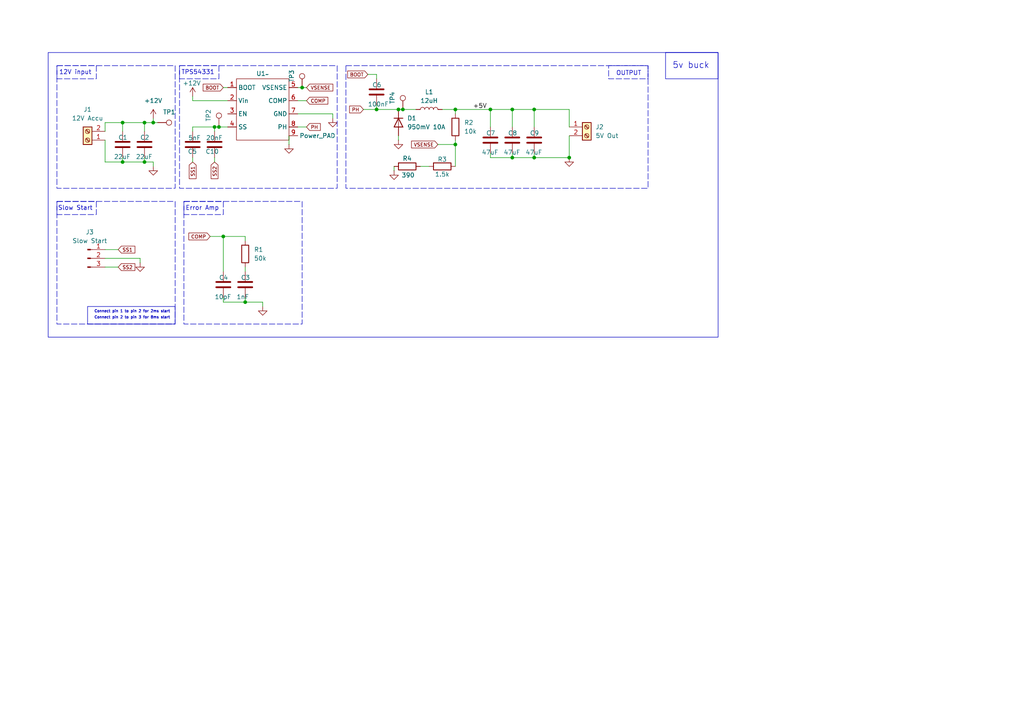
<source format=kicad_sch>
(kicad_sch
	(version 20231120)
	(generator "eeschema")
	(generator_version "8.0")
	(uuid "cb97d959-9c30-4c44-911f-bb7f22fd4a5f")
	(paper "A4")
	(lib_symbols
		(symbol "Connector:Conn_01x03_Pin"
			(pin_names
				(offset 1.016) hide)
			(exclude_from_sim no)
			(in_bom yes)
			(on_board yes)
			(property "Reference" "J"
				(at 0 5.08 0)
				(effects
					(font
						(size 1.27 1.27)
					)
				)
			)
			(property "Value" "Conn_01x03_Pin"
				(at 0 -5.08 0)
				(effects
					(font
						(size 1.27 1.27)
					)
				)
			)
			(property "Footprint" ""
				(at 0 0 0)
				(effects
					(font
						(size 1.27 1.27)
					)
					(hide yes)
				)
			)
			(property "Datasheet" "~"
				(at 0 0 0)
				(effects
					(font
						(size 1.27 1.27)
					)
					(hide yes)
				)
			)
			(property "Description" "Generic connector, single row, 01x03, script generated"
				(at 0 0 0)
				(effects
					(font
						(size 1.27 1.27)
					)
					(hide yes)
				)
			)
			(property "ki_locked" ""
				(at 0 0 0)
				(effects
					(font
						(size 1.27 1.27)
					)
				)
			)
			(property "ki_keywords" "connector"
				(at 0 0 0)
				(effects
					(font
						(size 1.27 1.27)
					)
					(hide yes)
				)
			)
			(property "ki_fp_filters" "Connector*:*_1x??_*"
				(at 0 0 0)
				(effects
					(font
						(size 1.27 1.27)
					)
					(hide yes)
				)
			)
			(symbol "Conn_01x03_Pin_1_1"
				(polyline
					(pts
						(xy 1.27 -2.54) (xy 0.8636 -2.54)
					)
					(stroke
						(width 0.1524)
						(type default)
					)
					(fill
						(type none)
					)
				)
				(polyline
					(pts
						(xy 1.27 0) (xy 0.8636 0)
					)
					(stroke
						(width 0.1524)
						(type default)
					)
					(fill
						(type none)
					)
				)
				(polyline
					(pts
						(xy 1.27 2.54) (xy 0.8636 2.54)
					)
					(stroke
						(width 0.1524)
						(type default)
					)
					(fill
						(type none)
					)
				)
				(rectangle
					(start 0.8636 -2.413)
					(end 0 -2.667)
					(stroke
						(width 0.1524)
						(type default)
					)
					(fill
						(type outline)
					)
				)
				(rectangle
					(start 0.8636 0.127)
					(end 0 -0.127)
					(stroke
						(width 0.1524)
						(type default)
					)
					(fill
						(type outline)
					)
				)
				(rectangle
					(start 0.8636 2.667)
					(end 0 2.413)
					(stroke
						(width 0.1524)
						(type default)
					)
					(fill
						(type outline)
					)
				)
				(pin passive line
					(at 5.08 2.54 180)
					(length 3.81)
					(name "Pin_1"
						(effects
							(font
								(size 1.27 1.27)
							)
						)
					)
					(number "1"
						(effects
							(font
								(size 1.27 1.27)
							)
						)
					)
				)
				(pin passive line
					(at 5.08 0 180)
					(length 3.81)
					(name "Pin_2"
						(effects
							(font
								(size 1.27 1.27)
							)
						)
					)
					(number "2"
						(effects
							(font
								(size 1.27 1.27)
							)
						)
					)
				)
				(pin passive line
					(at 5.08 -2.54 180)
					(length 3.81)
					(name "Pin_3"
						(effects
							(font
								(size 1.27 1.27)
							)
						)
					)
					(number "3"
						(effects
							(font
								(size 1.27 1.27)
							)
						)
					)
				)
			)
		)
		(symbol "Connector:Screw_Terminal_01x02"
			(pin_names
				(offset 1.016) hide)
			(exclude_from_sim no)
			(in_bom yes)
			(on_board yes)
			(property "Reference" "J"
				(at 0 2.54 0)
				(effects
					(font
						(size 1.27 1.27)
					)
				)
			)
			(property "Value" "Screw_Terminal_01x02"
				(at 0 -5.08 0)
				(effects
					(font
						(size 1.27 1.27)
					)
				)
			)
			(property "Footprint" ""
				(at 0 0 0)
				(effects
					(font
						(size 1.27 1.27)
					)
					(hide yes)
				)
			)
			(property "Datasheet" "~"
				(at 0 0 0)
				(effects
					(font
						(size 1.27 1.27)
					)
					(hide yes)
				)
			)
			(property "Description" "Generic screw terminal, single row, 01x02, script generated (kicad-library-utils/schlib/autogen/connector/)"
				(at 0 0 0)
				(effects
					(font
						(size 1.27 1.27)
					)
					(hide yes)
				)
			)
			(property "ki_keywords" "screw terminal"
				(at 0 0 0)
				(effects
					(font
						(size 1.27 1.27)
					)
					(hide yes)
				)
			)
			(property "ki_fp_filters" "TerminalBlock*:*"
				(at 0 0 0)
				(effects
					(font
						(size 1.27 1.27)
					)
					(hide yes)
				)
			)
			(symbol "Screw_Terminal_01x02_1_1"
				(rectangle
					(start -1.27 1.27)
					(end 1.27 -3.81)
					(stroke
						(width 0.254)
						(type default)
					)
					(fill
						(type background)
					)
				)
				(circle
					(center 0 -2.54)
					(radius 0.635)
					(stroke
						(width 0.1524)
						(type default)
					)
					(fill
						(type none)
					)
				)
				(polyline
					(pts
						(xy -0.5334 -2.2098) (xy 0.3302 -3.048)
					)
					(stroke
						(width 0.1524)
						(type default)
					)
					(fill
						(type none)
					)
				)
				(polyline
					(pts
						(xy -0.5334 0.3302) (xy 0.3302 -0.508)
					)
					(stroke
						(width 0.1524)
						(type default)
					)
					(fill
						(type none)
					)
				)
				(polyline
					(pts
						(xy -0.3556 -2.032) (xy 0.508 -2.8702)
					)
					(stroke
						(width 0.1524)
						(type default)
					)
					(fill
						(type none)
					)
				)
				(polyline
					(pts
						(xy -0.3556 0.508) (xy 0.508 -0.3302)
					)
					(stroke
						(width 0.1524)
						(type default)
					)
					(fill
						(type none)
					)
				)
				(circle
					(center 0 0)
					(radius 0.635)
					(stroke
						(width 0.1524)
						(type default)
					)
					(fill
						(type none)
					)
				)
				(pin passive line
					(at -5.08 0 0)
					(length 3.81)
					(name "Pin_1"
						(effects
							(font
								(size 1.27 1.27)
							)
						)
					)
					(number "1"
						(effects
							(font
								(size 1.27 1.27)
							)
						)
					)
				)
				(pin passive line
					(at -5.08 -2.54 0)
					(length 3.81)
					(name "Pin_2"
						(effects
							(font
								(size 1.27 1.27)
							)
						)
					)
					(number "2"
						(effects
							(font
								(size 1.27 1.27)
							)
						)
					)
				)
			)
		)
		(symbol "Connector:TestPoint"
			(pin_numbers hide)
			(pin_names
				(offset 0.762) hide)
			(exclude_from_sim no)
			(in_bom yes)
			(on_board yes)
			(property "Reference" "TP"
				(at 0 6.858 0)
				(effects
					(font
						(size 1.27 1.27)
					)
				)
			)
			(property "Value" "TestPoint"
				(at 0 5.08 0)
				(effects
					(font
						(size 1.27 1.27)
					)
				)
			)
			(property "Footprint" ""
				(at 5.08 0 0)
				(effects
					(font
						(size 1.27 1.27)
					)
					(hide yes)
				)
			)
			(property "Datasheet" "~"
				(at 5.08 0 0)
				(effects
					(font
						(size 1.27 1.27)
					)
					(hide yes)
				)
			)
			(property "Description" "test point"
				(at 0 0 0)
				(effects
					(font
						(size 1.27 1.27)
					)
					(hide yes)
				)
			)
			(property "ki_keywords" "test point tp"
				(at 0 0 0)
				(effects
					(font
						(size 1.27 1.27)
					)
					(hide yes)
				)
			)
			(property "ki_fp_filters" "Pin* Test*"
				(at 0 0 0)
				(effects
					(font
						(size 1.27 1.27)
					)
					(hide yes)
				)
			)
			(symbol "TestPoint_0_1"
				(circle
					(center 0 3.302)
					(radius 0.762)
					(stroke
						(width 0)
						(type default)
					)
					(fill
						(type none)
					)
				)
			)
			(symbol "TestPoint_1_1"
				(pin passive line
					(at 0 0 90)
					(length 2.54)
					(name "1"
						(effects
							(font
								(size 1.27 1.27)
							)
						)
					)
					(number "1"
						(effects
							(font
								(size 1.27 1.27)
							)
						)
					)
				)
			)
		)
		(symbol "Device:C"
			(pin_numbers hide)
			(pin_names
				(offset 0.254)
			)
			(exclude_from_sim no)
			(in_bom yes)
			(on_board yes)
			(property "Reference" "C"
				(at 0.635 2.54 0)
				(effects
					(font
						(size 1.27 1.27)
					)
					(justify left)
				)
			)
			(property "Value" "C"
				(at 0.635 -2.54 0)
				(effects
					(font
						(size 1.27 1.27)
					)
					(justify left)
				)
			)
			(property "Footprint" ""
				(at 0.9652 -3.81 0)
				(effects
					(font
						(size 1.27 1.27)
					)
					(hide yes)
				)
			)
			(property "Datasheet" "~"
				(at 0 0 0)
				(effects
					(font
						(size 1.27 1.27)
					)
					(hide yes)
				)
			)
			(property "Description" "Unpolarized capacitor"
				(at 0 0 0)
				(effects
					(font
						(size 1.27 1.27)
					)
					(hide yes)
				)
			)
			(property "ki_keywords" "cap capacitor"
				(at 0 0 0)
				(effects
					(font
						(size 1.27 1.27)
					)
					(hide yes)
				)
			)
			(property "ki_fp_filters" "C_*"
				(at 0 0 0)
				(effects
					(font
						(size 1.27 1.27)
					)
					(hide yes)
				)
			)
			(symbol "C_0_1"
				(polyline
					(pts
						(xy -2.032 -0.762) (xy 2.032 -0.762)
					)
					(stroke
						(width 0.508)
						(type default)
					)
					(fill
						(type none)
					)
				)
				(polyline
					(pts
						(xy -2.032 0.762) (xy 2.032 0.762)
					)
					(stroke
						(width 0.508)
						(type default)
					)
					(fill
						(type none)
					)
				)
			)
			(symbol "C_1_1"
				(pin passive line
					(at 0 3.81 270)
					(length 2.794)
					(name "~"
						(effects
							(font
								(size 1.27 1.27)
							)
						)
					)
					(number "1"
						(effects
							(font
								(size 1.27 1.27)
							)
						)
					)
				)
				(pin passive line
					(at 0 -3.81 90)
					(length 2.794)
					(name "~"
						(effects
							(font
								(size 1.27 1.27)
							)
						)
					)
					(number "2"
						(effects
							(font
								(size 1.27 1.27)
							)
						)
					)
				)
			)
		)
		(symbol "Device:D"
			(pin_numbers hide)
			(pin_names
				(offset 1.016) hide)
			(exclude_from_sim no)
			(in_bom yes)
			(on_board yes)
			(property "Reference" "D"
				(at 0 2.54 0)
				(effects
					(font
						(size 1.27 1.27)
					)
				)
			)
			(property "Value" "D"
				(at 0 -2.54 0)
				(effects
					(font
						(size 1.27 1.27)
					)
				)
			)
			(property "Footprint" ""
				(at 0 0 0)
				(effects
					(font
						(size 1.27 1.27)
					)
					(hide yes)
				)
			)
			(property "Datasheet" "~"
				(at 0 0 0)
				(effects
					(font
						(size 1.27 1.27)
					)
					(hide yes)
				)
			)
			(property "Description" "Diode"
				(at 0 0 0)
				(effects
					(font
						(size 1.27 1.27)
					)
					(hide yes)
				)
			)
			(property "Sim.Device" "D"
				(at 0 0 0)
				(effects
					(font
						(size 1.27 1.27)
					)
					(hide yes)
				)
			)
			(property "Sim.Pins" "1=K 2=A"
				(at 0 0 0)
				(effects
					(font
						(size 1.27 1.27)
					)
					(hide yes)
				)
			)
			(property "ki_keywords" "diode"
				(at 0 0 0)
				(effects
					(font
						(size 1.27 1.27)
					)
					(hide yes)
				)
			)
			(property "ki_fp_filters" "TO-???* *_Diode_* *SingleDiode* D_*"
				(at 0 0 0)
				(effects
					(font
						(size 1.27 1.27)
					)
					(hide yes)
				)
			)
			(symbol "D_0_1"
				(polyline
					(pts
						(xy -1.27 1.27) (xy -1.27 -1.27)
					)
					(stroke
						(width 0.254)
						(type default)
					)
					(fill
						(type none)
					)
				)
				(polyline
					(pts
						(xy 1.27 0) (xy -1.27 0)
					)
					(stroke
						(width 0)
						(type default)
					)
					(fill
						(type none)
					)
				)
				(polyline
					(pts
						(xy 1.27 1.27) (xy 1.27 -1.27) (xy -1.27 0) (xy 1.27 1.27)
					)
					(stroke
						(width 0.254)
						(type default)
					)
					(fill
						(type none)
					)
				)
			)
			(symbol "D_1_1"
				(pin passive line
					(at -3.81 0 0)
					(length 2.54)
					(name "K"
						(effects
							(font
								(size 1.27 1.27)
							)
						)
					)
					(number "1"
						(effects
							(font
								(size 1.27 1.27)
							)
						)
					)
				)
				(pin passive line
					(at 3.81 0 180)
					(length 2.54)
					(name "A"
						(effects
							(font
								(size 1.27 1.27)
							)
						)
					)
					(number "2"
						(effects
							(font
								(size 1.27 1.27)
							)
						)
					)
				)
			)
		)
		(symbol "Device:L"
			(pin_numbers hide)
			(pin_names
				(offset 1.016) hide)
			(exclude_from_sim no)
			(in_bom yes)
			(on_board yes)
			(property "Reference" "L"
				(at -1.27 0 90)
				(effects
					(font
						(size 1.27 1.27)
					)
				)
			)
			(property "Value" "L"
				(at 1.905 0 90)
				(effects
					(font
						(size 1.27 1.27)
					)
				)
			)
			(property "Footprint" ""
				(at 0 0 0)
				(effects
					(font
						(size 1.27 1.27)
					)
					(hide yes)
				)
			)
			(property "Datasheet" "~"
				(at 0 0 0)
				(effects
					(font
						(size 1.27 1.27)
					)
					(hide yes)
				)
			)
			(property "Description" "Inductor"
				(at 0 0 0)
				(effects
					(font
						(size 1.27 1.27)
					)
					(hide yes)
				)
			)
			(property "ki_keywords" "inductor choke coil reactor magnetic"
				(at 0 0 0)
				(effects
					(font
						(size 1.27 1.27)
					)
					(hide yes)
				)
			)
			(property "ki_fp_filters" "Choke_* *Coil* Inductor_* L_*"
				(at 0 0 0)
				(effects
					(font
						(size 1.27 1.27)
					)
					(hide yes)
				)
			)
			(symbol "L_0_1"
				(arc
					(start 0 -2.54)
					(mid 0.6323 -1.905)
					(end 0 -1.27)
					(stroke
						(width 0)
						(type default)
					)
					(fill
						(type none)
					)
				)
				(arc
					(start 0 -1.27)
					(mid 0.6323 -0.635)
					(end 0 0)
					(stroke
						(width 0)
						(type default)
					)
					(fill
						(type none)
					)
				)
				(arc
					(start 0 0)
					(mid 0.6323 0.635)
					(end 0 1.27)
					(stroke
						(width 0)
						(type default)
					)
					(fill
						(type none)
					)
				)
				(arc
					(start 0 1.27)
					(mid 0.6323 1.905)
					(end 0 2.54)
					(stroke
						(width 0)
						(type default)
					)
					(fill
						(type none)
					)
				)
			)
			(symbol "L_1_1"
				(pin passive line
					(at 0 3.81 270)
					(length 1.27)
					(name "1"
						(effects
							(font
								(size 1.27 1.27)
							)
						)
					)
					(number "1"
						(effects
							(font
								(size 1.27 1.27)
							)
						)
					)
				)
				(pin passive line
					(at 0 -3.81 90)
					(length 1.27)
					(name "2"
						(effects
							(font
								(size 1.27 1.27)
							)
						)
					)
					(number "2"
						(effects
							(font
								(size 1.27 1.27)
							)
						)
					)
				)
			)
		)
		(symbol "Device:R"
			(pin_numbers hide)
			(pin_names
				(offset 0)
			)
			(exclude_from_sim no)
			(in_bom yes)
			(on_board yes)
			(property "Reference" "R"
				(at 2.032 0 90)
				(effects
					(font
						(size 1.27 1.27)
					)
				)
			)
			(property "Value" "R"
				(at 0 0 90)
				(effects
					(font
						(size 1.27 1.27)
					)
				)
			)
			(property "Footprint" ""
				(at -1.778 0 90)
				(effects
					(font
						(size 1.27 1.27)
					)
					(hide yes)
				)
			)
			(property "Datasheet" "~"
				(at 0 0 0)
				(effects
					(font
						(size 1.27 1.27)
					)
					(hide yes)
				)
			)
			(property "Description" "Resistor"
				(at 0 0 0)
				(effects
					(font
						(size 1.27 1.27)
					)
					(hide yes)
				)
			)
			(property "ki_keywords" "R res resistor"
				(at 0 0 0)
				(effects
					(font
						(size 1.27 1.27)
					)
					(hide yes)
				)
			)
			(property "ki_fp_filters" "R_*"
				(at 0 0 0)
				(effects
					(font
						(size 1.27 1.27)
					)
					(hide yes)
				)
			)
			(symbol "R_0_1"
				(rectangle
					(start -1.016 -2.54)
					(end 1.016 2.54)
					(stroke
						(width 0.254)
						(type default)
					)
					(fill
						(type none)
					)
				)
			)
			(symbol "R_1_1"
				(pin passive line
					(at 0 3.81 270)
					(length 1.27)
					(name "~"
						(effects
							(font
								(size 1.27 1.27)
							)
						)
					)
					(number "1"
						(effects
							(font
								(size 1.27 1.27)
							)
						)
					)
				)
				(pin passive line
					(at 0 -3.81 90)
					(length 1.27)
					(name "~"
						(effects
							(font
								(size 1.27 1.27)
							)
						)
					)
					(number "2"
						(effects
							(font
								(size 1.27 1.27)
							)
						)
					)
				)
			)
		)
		(symbol "TPS54531:TPS54531"
			(exclude_from_sim no)
			(in_bom yes)
			(on_board yes)
			(property "Reference" "U"
				(at 4.064 -0.254 0)
				(effects
					(font
						(size 1.27 1.27)
					)
				)
			)
			(property "Value" ""
				(at 0 0 0)
				(effects
					(font
						(size 1.27 1.27)
					)
				)
			)
			(property "Footprint" "Package_SO:TI_SO-PowerPAD-8"
				(at 0 0 0)
				(effects
					(font
						(size 1.27 1.27)
					)
					(hide yes)
				)
			)
			(property "Datasheet" ""
				(at 0 0 0)
				(effects
					(font
						(size 1.27 1.27)
					)
					(hide yes)
				)
			)
			(property "Description" ""
				(at 0 0 0)
				(effects
					(font
						(size 1.27 1.27)
					)
					(hide yes)
				)
			)
			(symbol "TPS54531_1_1"
				(rectangle
					(start -3.81 -1.27)
					(end 11.43 -19.05)
					(stroke
						(width 0)
						(type default)
					)
					(fill
						(type none)
					)
				)
				(pin input line
					(at -6.35 -3.81 0)
					(length 2.54)
					(name "BOOT"
						(effects
							(font
								(size 1.27 1.27)
							)
						)
					)
					(number "1"
						(effects
							(font
								(size 1.27 1.27)
							)
						)
					)
				)
				(pin input line
					(at -6.35 -7.62 0)
					(length 2.54)
					(name "Vin"
						(effects
							(font
								(size 1.27 1.27)
							)
						)
					)
					(number "2"
						(effects
							(font
								(size 1.27 1.27)
							)
						)
					)
				)
				(pin input line
					(at -6.35 -11.43 0)
					(length 2.54)
					(name "EN"
						(effects
							(font
								(size 1.27 1.27)
							)
						)
					)
					(number "3"
						(effects
							(font
								(size 1.27 1.27)
							)
						)
					)
				)
				(pin input line
					(at -6.35 -15.24 0)
					(length 2.54)
					(name "SS"
						(effects
							(font
								(size 1.27 1.27)
							)
						)
					)
					(number "4"
						(effects
							(font
								(size 1.27 1.27)
							)
						)
					)
				)
				(pin input line
					(at 13.97 -3.81 180)
					(length 2.54)
					(name "VSENSE"
						(effects
							(font
								(size 1.27 1.27)
							)
						)
					)
					(number "5"
						(effects
							(font
								(size 1.27 1.27)
							)
						)
					)
				)
				(pin input line
					(at 13.97 -7.62 180)
					(length 2.54)
					(name "COMP"
						(effects
							(font
								(size 1.27 1.27)
							)
						)
					)
					(number "6"
						(effects
							(font
								(size 1.27 1.27)
							)
						)
					)
				)
				(pin input line
					(at 13.97 -11.43 180)
					(length 2.54)
					(name "GND"
						(effects
							(font
								(size 1.27 1.27)
							)
						)
					)
					(number "7"
						(effects
							(font
								(size 1.27 1.27)
							)
						)
					)
				)
				(pin input line
					(at 13.97 -15.24 180)
					(length 2.54)
					(name "PH"
						(effects
							(font
								(size 1.27 1.27)
							)
						)
					)
					(number "8"
						(effects
							(font
								(size 1.27 1.27)
							)
						)
					)
				)
				(pin input line
					(at 11.43 -17.78 0)
					(length 2.54)
					(name "Power_PAD"
						(effects
							(font
								(size 1.27 1.27)
							)
						)
					)
					(number "9"
						(effects
							(font
								(size 1.27 1.27)
							)
						)
					)
				)
			)
		)
		(symbol "power:+12V"
			(power)
			(pin_numbers hide)
			(pin_names
				(offset 0) hide)
			(exclude_from_sim no)
			(in_bom yes)
			(on_board yes)
			(property "Reference" "#PWR"
				(at 0 -3.81 0)
				(effects
					(font
						(size 1.27 1.27)
					)
					(hide yes)
				)
			)
			(property "Value" "+12V"
				(at 0 3.556 0)
				(effects
					(font
						(size 1.27 1.27)
					)
				)
			)
			(property "Footprint" ""
				(at 0 0 0)
				(effects
					(font
						(size 1.27 1.27)
					)
					(hide yes)
				)
			)
			(property "Datasheet" ""
				(at 0 0 0)
				(effects
					(font
						(size 1.27 1.27)
					)
					(hide yes)
				)
			)
			(property "Description" "Power symbol creates a global label with name \"+12V\""
				(at 0 0 0)
				(effects
					(font
						(size 1.27 1.27)
					)
					(hide yes)
				)
			)
			(property "ki_keywords" "global power"
				(at 0 0 0)
				(effects
					(font
						(size 1.27 1.27)
					)
					(hide yes)
				)
			)
			(symbol "+12V_0_1"
				(polyline
					(pts
						(xy -0.762 1.27) (xy 0 2.54)
					)
					(stroke
						(width 0)
						(type default)
					)
					(fill
						(type none)
					)
				)
				(polyline
					(pts
						(xy 0 0) (xy 0 2.54)
					)
					(stroke
						(width 0)
						(type default)
					)
					(fill
						(type none)
					)
				)
				(polyline
					(pts
						(xy 0 2.54) (xy 0.762 1.27)
					)
					(stroke
						(width 0)
						(type default)
					)
					(fill
						(type none)
					)
				)
			)
			(symbol "+12V_1_1"
				(pin power_in line
					(at 0 0 90)
					(length 0)
					(name "~"
						(effects
							(font
								(size 1.27 1.27)
							)
						)
					)
					(number "1"
						(effects
							(font
								(size 1.27 1.27)
							)
						)
					)
				)
			)
		)
		(symbol "power:GND"
			(power)
			(pin_numbers hide)
			(pin_names
				(offset 0) hide)
			(exclude_from_sim no)
			(in_bom yes)
			(on_board yes)
			(property "Reference" "#PWR"
				(at 0 -6.35 0)
				(effects
					(font
						(size 1.27 1.27)
					)
					(hide yes)
				)
			)
			(property "Value" "GND"
				(at 0 -3.81 0)
				(effects
					(font
						(size 1.27 1.27)
					)
				)
			)
			(property "Footprint" ""
				(at 0 0 0)
				(effects
					(font
						(size 1.27 1.27)
					)
					(hide yes)
				)
			)
			(property "Datasheet" ""
				(at 0 0 0)
				(effects
					(font
						(size 1.27 1.27)
					)
					(hide yes)
				)
			)
			(property "Description" "Power symbol creates a global label with name \"GND\" , ground"
				(at 0 0 0)
				(effects
					(font
						(size 1.27 1.27)
					)
					(hide yes)
				)
			)
			(property "ki_keywords" "global power"
				(at 0 0 0)
				(effects
					(font
						(size 1.27 1.27)
					)
					(hide yes)
				)
			)
			(symbol "GND_0_1"
				(polyline
					(pts
						(xy 0 0) (xy 0 -1.27) (xy 1.27 -1.27) (xy 0 -2.54) (xy -1.27 -1.27) (xy 0 -1.27)
					)
					(stroke
						(width 0)
						(type default)
					)
					(fill
						(type none)
					)
				)
			)
			(symbol "GND_1_1"
				(pin power_in line
					(at 0 0 270)
					(length 0)
					(name "~"
						(effects
							(font
								(size 1.27 1.27)
							)
						)
					)
					(number "1"
						(effects
							(font
								(size 1.27 1.27)
							)
						)
					)
				)
			)
		)
	)
	(junction
		(at 115.57 31.75)
		(diameter 0)
		(color 0 0 0 0)
		(uuid "03961da6-3a46-4a9a-885b-96d335f32646")
	)
	(junction
		(at 71.12 87.63)
		(diameter 0)
		(color 0 0 0 0)
		(uuid "0c42a84c-2cfe-48ae-aa52-4127fdcc0f1a")
	)
	(junction
		(at 44.45 35.56)
		(diameter 0)
		(color 0 0 0 0)
		(uuid "0e3ba2b2-d88b-4808-b0e7-f1d4178345c1")
	)
	(junction
		(at 165.1 45.72)
		(diameter 0)
		(color 0 0 0 0)
		(uuid "0ff4c2c8-90c7-4b3c-aa6d-1fb1d90282a2")
	)
	(junction
		(at 41.91 35.56)
		(diameter 0)
		(color 0 0 0 0)
		(uuid "116408ad-6b0b-41cb-8744-73391fa30721")
	)
	(junction
		(at 41.91 46.99)
		(diameter 0)
		(color 0 0 0 0)
		(uuid "17500149-aa4b-4cd2-9e24-fe9fc520dc28")
	)
	(junction
		(at 35.56 35.56)
		(diameter 0)
		(color 0 0 0 0)
		(uuid "1f9fe9a2-f662-4fc1-b2d4-21e4c4261445")
	)
	(junction
		(at 148.59 31.75)
		(diameter 0)
		(color 0 0 0 0)
		(uuid "2bd19ed4-6af2-48a6-800c-fe8e78013fe8")
	)
	(junction
		(at 109.22 31.75)
		(diameter 0)
		(color 0 0 0 0)
		(uuid "3ce3212f-c142-42a2-96de-b1f7224ae433")
	)
	(junction
		(at 63.5 36.83)
		(diameter 0)
		(color 0 0 0 0)
		(uuid "3d50a0ef-9984-46de-8c30-c74fb2ffcaf9")
	)
	(junction
		(at 35.56 46.99)
		(diameter 0)
		(color 0 0 0 0)
		(uuid "646e344c-737c-4855-a25d-5fdb4ec4fcd2")
	)
	(junction
		(at 148.59 45.72)
		(diameter 0)
		(color 0 0 0 0)
		(uuid "7d035e97-11a6-46b1-9bbb-8b441cc92f8e")
	)
	(junction
		(at 116.84 31.75)
		(diameter 0)
		(color 0 0 0 0)
		(uuid "7e50e8e7-fa03-4398-9f33-d021fe7fb154")
	)
	(junction
		(at 64.77 68.58)
		(diameter 0)
		(color 0 0 0 0)
		(uuid "7f4bd48c-a6c2-476b-8c6d-4d35081ef633")
	)
	(junction
		(at 154.94 45.72)
		(diameter 0)
		(color 0 0 0 0)
		(uuid "97d1168e-5bc8-4069-8c13-44248689606e")
	)
	(junction
		(at 132.08 31.75)
		(diameter 0)
		(color 0 0 0 0)
		(uuid "9e8701eb-7ece-44b2-8c55-90db014ee72b")
	)
	(junction
		(at 154.94 31.75)
		(diameter 0)
		(color 0 0 0 0)
		(uuid "a87da510-f910-4010-9ef4-511c3d3c52ec")
	)
	(junction
		(at 142.24 31.75)
		(diameter 0)
		(color 0 0 0 0)
		(uuid "a9b08af8-cc01-4918-8530-668ce4b3638b")
	)
	(junction
		(at 62.23 36.83)
		(diameter 0)
		(color 0 0 0 0)
		(uuid "b45271fc-69ab-4b38-a58c-919c6aad9f6d")
	)
	(junction
		(at 132.08 41.91)
		(diameter 0)
		(color 0 0 0 0)
		(uuid "c4870622-0945-43e5-8617-ff71b04835d1")
	)
	(junction
		(at 87.63 25.4)
		(diameter 0)
		(color 0 0 0 0)
		(uuid "dfae57fa-e9e0-46e0-b4da-476a3eedb92e")
	)
	(wire
		(pts
			(xy 71.12 87.63) (xy 76.2 87.63)
		)
		(stroke
			(width 0)
			(type default)
		)
		(uuid "0027ff29-6f5d-4d32-a260-72565d31c893")
	)
	(wire
		(pts
			(xy 30.48 46.99) (xy 30.48 40.64)
		)
		(stroke
			(width 0)
			(type default)
		)
		(uuid "066f460a-7052-4502-b4fd-281784e19056")
	)
	(wire
		(pts
			(xy 35.56 35.56) (xy 41.91 35.56)
		)
		(stroke
			(width 0)
			(type default)
		)
		(uuid "078fcf1d-b95b-4e5c-a56e-646a4bb85a10")
	)
	(wire
		(pts
			(xy 86.36 25.4) (xy 87.63 25.4)
		)
		(stroke
			(width 0)
			(type default)
		)
		(uuid "0c04067d-473c-4a3f-9fc2-0b70e4af53c3")
	)
	(wire
		(pts
			(xy 96.52 33.02) (xy 96.52 34.29)
		)
		(stroke
			(width 0)
			(type default)
		)
		(uuid "0ebcec2c-93f0-4479-bd00-8f92bdf59a42")
	)
	(wire
		(pts
			(xy 30.48 35.56) (xy 35.56 35.56)
		)
		(stroke
			(width 0)
			(type default)
		)
		(uuid "1ad70764-0d09-4393-b5e3-474b0936a3de")
	)
	(wire
		(pts
			(xy 105.41 31.75) (xy 109.22 31.75)
		)
		(stroke
			(width 0)
			(type default)
		)
		(uuid "1b719241-9f28-46ef-bdfb-ebdbc23448df")
	)
	(wire
		(pts
			(xy 40.64 74.93) (xy 40.64 76.2)
		)
		(stroke
			(width 0)
			(type default)
		)
		(uuid "1b8badc6-300d-41ae-8e66-78871922aa9f")
	)
	(wire
		(pts
			(xy 109.22 21.59) (xy 109.22 22.86)
		)
		(stroke
			(width 0)
			(type default)
		)
		(uuid "1c8bff75-6282-46a8-9fdf-f03e8e9814d0")
	)
	(wire
		(pts
			(xy 35.56 35.56) (xy 35.56 38.1)
		)
		(stroke
			(width 0)
			(type default)
		)
		(uuid "1cebeacf-d3e6-4721-9cf2-11dbfb34b2c9")
	)
	(wire
		(pts
			(xy 62.23 36.83) (xy 62.23 38.1)
		)
		(stroke
			(width 0)
			(type default)
		)
		(uuid "1e2730d4-f0f3-41a9-b19a-82d139aef13d")
	)
	(wire
		(pts
			(xy 128.27 31.75) (xy 132.08 31.75)
		)
		(stroke
			(width 0)
			(type default)
		)
		(uuid "1f7e757e-db21-4e27-b3d2-cd3209d2c969")
	)
	(wire
		(pts
			(xy 86.36 36.83) (xy 88.9 36.83)
		)
		(stroke
			(width 0)
			(type default)
		)
		(uuid "20e854af-8b72-4f36-b6c1-0212a3e51728")
	)
	(wire
		(pts
			(xy 35.56 45.72) (xy 35.56 46.99)
		)
		(stroke
			(width 0)
			(type default)
		)
		(uuid "266ea936-de7f-4d90-92e6-d55430a3873d")
	)
	(wire
		(pts
			(xy 154.94 31.75) (xy 165.1 31.75)
		)
		(stroke
			(width 0)
			(type default)
		)
		(uuid "281f7cf8-aa31-4534-bd5d-4d60f926942f")
	)
	(wire
		(pts
			(xy 148.59 31.75) (xy 154.94 31.75)
		)
		(stroke
			(width 0)
			(type default)
		)
		(uuid "287b9ac9-79f2-4df4-a284-339cdc9be91b")
	)
	(wire
		(pts
			(xy 71.12 68.58) (xy 71.12 69.85)
		)
		(stroke
			(width 0)
			(type default)
		)
		(uuid "28e94f32-7ad4-4355-ac39-62686393db67")
	)
	(wire
		(pts
			(xy 66.04 29.21) (xy 55.88 29.21)
		)
		(stroke
			(width 0)
			(type default)
		)
		(uuid "29af7dce-7964-4875-b79d-c9bf30fb4e34")
	)
	(wire
		(pts
			(xy 64.77 86.36) (xy 64.77 87.63)
		)
		(stroke
			(width 0)
			(type default)
		)
		(uuid "2a0ce66b-c225-4c06-9b8b-8ccd9b65bfce")
	)
	(wire
		(pts
			(xy 148.59 45.72) (xy 154.94 45.72)
		)
		(stroke
			(width 0)
			(type default)
		)
		(uuid "315fcc88-30cd-4a11-a221-86860f53aaf6")
	)
	(wire
		(pts
			(xy 64.77 87.63) (xy 71.12 87.63)
		)
		(stroke
			(width 0)
			(type default)
		)
		(uuid "33e3c253-8302-4df6-b7bb-0623a920b981")
	)
	(wire
		(pts
			(xy 154.94 31.75) (xy 154.94 36.83)
		)
		(stroke
			(width 0)
			(type default)
		)
		(uuid "34bb900a-4cb2-4313-b4c9-c88bec86e6f3")
	)
	(wire
		(pts
			(xy 62.23 36.83) (xy 55.88 36.83)
		)
		(stroke
			(width 0)
			(type default)
		)
		(uuid "3aeb44e2-fce7-445a-a68b-3dd68a2191e0")
	)
	(wire
		(pts
			(xy 116.84 31.75) (xy 120.65 31.75)
		)
		(stroke
			(width 0)
			(type default)
		)
		(uuid "3b4b9a0d-8d35-4132-acb7-a161c546749b")
	)
	(wire
		(pts
			(xy 142.24 45.72) (xy 148.59 45.72)
		)
		(stroke
			(width 0)
			(type default)
		)
		(uuid "3cabdf37-97d6-44b1-9b9f-8712be358e6b")
	)
	(wire
		(pts
			(xy 44.45 35.56) (xy 45.72 35.56)
		)
		(stroke
			(width 0)
			(type default)
		)
		(uuid "3faf1c85-2398-469e-b181-90b730c48d21")
	)
	(wire
		(pts
			(xy 106.68 21.59) (xy 109.22 21.59)
		)
		(stroke
			(width 0)
			(type default)
		)
		(uuid "4186a298-3a7b-4121-95b6-d7c123cac610")
	)
	(wire
		(pts
			(xy 86.36 33.02) (xy 96.52 33.02)
		)
		(stroke
			(width 0)
			(type default)
		)
		(uuid "42587923-31e9-47b4-8ec3-023216dd787d")
	)
	(wire
		(pts
			(xy 115.57 39.37) (xy 115.57 40.64)
		)
		(stroke
			(width 0)
			(type default)
		)
		(uuid "43018a7c-58de-440e-a3df-fa742460d0e5")
	)
	(wire
		(pts
			(xy 60.96 68.58) (xy 64.77 68.58)
		)
		(stroke
			(width 0)
			(type default)
		)
		(uuid "45ba0393-9272-4b85-88aa-d19f6ea1f9db")
	)
	(wire
		(pts
			(xy 30.48 38.1) (xy 30.48 35.56)
		)
		(stroke
			(width 0)
			(type default)
		)
		(uuid "4ae40ea7-1828-4cfe-916b-bea32fdd5d0d")
	)
	(wire
		(pts
			(xy 148.59 31.75) (xy 148.59 36.83)
		)
		(stroke
			(width 0)
			(type default)
		)
		(uuid "4b4c8a59-0607-4b30-8ff3-0986e16c1a02")
	)
	(wire
		(pts
			(xy 41.91 35.56) (xy 44.45 35.56)
		)
		(stroke
			(width 0)
			(type default)
		)
		(uuid "5ce8bb2d-7d3d-4757-86e4-18b644bfddef")
	)
	(wire
		(pts
			(xy 142.24 31.75) (xy 148.59 31.75)
		)
		(stroke
			(width 0)
			(type default)
		)
		(uuid "5e4e6e9e-35c1-431f-9e3a-8d94fd271d0c")
	)
	(wire
		(pts
			(xy 71.12 87.63) (xy 71.12 86.36)
		)
		(stroke
			(width 0)
			(type default)
		)
		(uuid "606debb9-d83d-4c7e-8b33-edc649e41051")
	)
	(wire
		(pts
			(xy 30.48 72.39) (xy 34.29 72.39)
		)
		(stroke
			(width 0)
			(type default)
		)
		(uuid "613c2d98-2a57-4a5a-8ada-47f852774da2")
	)
	(wire
		(pts
			(xy 165.1 31.75) (xy 165.1 36.83)
		)
		(stroke
			(width 0)
			(type default)
		)
		(uuid "6552806d-60b2-427e-bfa7-e5f3b1bb63ec")
	)
	(wire
		(pts
			(xy 154.94 45.72) (xy 165.1 45.72)
		)
		(stroke
			(width 0)
			(type default)
		)
		(uuid "768d18c4-cfc8-4164-a2a3-2985a81a4cb2")
	)
	(wire
		(pts
			(xy 30.48 77.47) (xy 34.29 77.47)
		)
		(stroke
			(width 0)
			(type default)
		)
		(uuid "79be289a-d250-4efa-bc0f-ef152b8c2839")
	)
	(wire
		(pts
			(xy 87.63 25.4) (xy 88.9 25.4)
		)
		(stroke
			(width 0)
			(type default)
		)
		(uuid "7aff2343-37d1-448e-adf8-ab27b71be00e")
	)
	(wire
		(pts
			(xy 142.24 44.45) (xy 142.24 45.72)
		)
		(stroke
			(width 0)
			(type default)
		)
		(uuid "7d55497a-3846-45a3-ba61-7c4cc38a1b03")
	)
	(wire
		(pts
			(xy 109.22 31.75) (xy 109.22 30.48)
		)
		(stroke
			(width 0)
			(type default)
		)
		(uuid "87406b21-9c8e-4fef-a84e-194bd1c7e56a")
	)
	(wire
		(pts
			(xy 35.56 46.99) (xy 41.91 46.99)
		)
		(stroke
			(width 0)
			(type default)
		)
		(uuid "879fd367-5e16-42c2-9077-42fd6d5290a2")
	)
	(wire
		(pts
			(xy 132.08 40.64) (xy 132.08 41.91)
		)
		(stroke
			(width 0)
			(type default)
		)
		(uuid "8cc20101-015b-456a-ab63-6ac28177a3d9")
	)
	(wire
		(pts
			(xy 76.2 87.63) (xy 76.2 88.9)
		)
		(stroke
			(width 0)
			(type default)
		)
		(uuid "8e50fa0c-b6d5-4a4b-8aff-6557d3a14460")
	)
	(wire
		(pts
			(xy 64.77 68.58) (xy 71.12 68.58)
		)
		(stroke
			(width 0)
			(type default)
		)
		(uuid "9639cd3a-0dc6-4104-ac3d-9496ba1a3033")
	)
	(wire
		(pts
			(xy 30.48 74.93) (xy 40.64 74.93)
		)
		(stroke
			(width 0)
			(type default)
		)
		(uuid "9714a63a-82eb-42f3-ae33-44f78281e566")
	)
	(wire
		(pts
			(xy 127 41.91) (xy 132.08 41.91)
		)
		(stroke
			(width 0)
			(type default)
		)
		(uuid "97e6ff07-3f34-401b-a1ae-80b2f46e1fd5")
	)
	(wire
		(pts
			(xy 165.1 45.72) (xy 165.1 39.37)
		)
		(stroke
			(width 0)
			(type default)
		)
		(uuid "9c739661-49ae-4ec4-ad99-36623d4d58c9")
	)
	(wire
		(pts
			(xy 44.45 34.29) (xy 44.45 35.56)
		)
		(stroke
			(width 0)
			(type default)
		)
		(uuid "9d18eb6b-26bb-451c-b214-535a6711647e")
	)
	(wire
		(pts
			(xy 62.23 45.72) (xy 62.23 46.99)
		)
		(stroke
			(width 0)
			(type default)
		)
		(uuid "9d711f15-2c83-47fb-8c4f-7063b4da96da")
	)
	(wire
		(pts
			(xy 132.08 31.75) (xy 142.24 31.75)
		)
		(stroke
			(width 0)
			(type default)
		)
		(uuid "a034e0b2-ada6-4658-a3f1-d9726eb66425")
	)
	(wire
		(pts
			(xy 41.91 45.72) (xy 41.91 46.99)
		)
		(stroke
			(width 0)
			(type default)
		)
		(uuid "a3c1bb1a-d9fe-463a-a460-3b6eaabf6cc4")
	)
	(wire
		(pts
			(xy 121.92 48.26) (xy 124.46 48.26)
		)
		(stroke
			(width 0)
			(type default)
		)
		(uuid "a8b6a0d6-0ef3-4265-9727-2e2510252ada")
	)
	(wire
		(pts
			(xy 30.48 46.99) (xy 35.56 46.99)
		)
		(stroke
			(width 0)
			(type default)
		)
		(uuid "a99a33fd-29d7-48f9-9dbc-05974274fb1a")
	)
	(wire
		(pts
			(xy 64.77 68.58) (xy 64.77 78.74)
		)
		(stroke
			(width 0)
			(type default)
		)
		(uuid "ab3f318d-e132-4015-8c26-d7c4f8da9dbc")
	)
	(wire
		(pts
			(xy 148.59 44.45) (xy 148.59 45.72)
		)
		(stroke
			(width 0)
			(type default)
		)
		(uuid "ab4eb186-530c-466c-9cd7-e36911fcd66b")
	)
	(wire
		(pts
			(xy 154.94 44.45) (xy 154.94 45.72)
		)
		(stroke
			(width 0)
			(type default)
		)
		(uuid "ab88f361-6768-4a79-ae42-c72d71180571")
	)
	(wire
		(pts
			(xy 66.04 25.4) (xy 64.77 25.4)
		)
		(stroke
			(width 0)
			(type default)
		)
		(uuid "ad1b5c34-06c4-44de-be40-4afadcef773c")
	)
	(wire
		(pts
			(xy 132.08 31.75) (xy 132.08 33.02)
		)
		(stroke
			(width 0)
			(type default)
		)
		(uuid "b0a3757d-79e6-4a14-8657-8c147d9dbfed")
	)
	(wire
		(pts
			(xy 44.45 46.99) (xy 44.45 48.26)
		)
		(stroke
			(width 0)
			(type default)
		)
		(uuid "b4cd80a5-458a-4bbf-bff6-5418a435ae6b")
	)
	(wire
		(pts
			(xy 55.88 29.21) (xy 55.88 27.94)
		)
		(stroke
			(width 0)
			(type default)
		)
		(uuid "b6617684-5201-4a8f-983e-a01d3d3524f7")
	)
	(wire
		(pts
			(xy 86.36 29.21) (xy 88.9 29.21)
		)
		(stroke
			(width 0)
			(type default)
		)
		(uuid "b8f20bfa-faf9-4869-921a-9ba4c0dd75ab")
	)
	(wire
		(pts
			(xy 41.91 46.99) (xy 44.45 46.99)
		)
		(stroke
			(width 0)
			(type default)
		)
		(uuid "bcbd6cdb-e0e8-4a86-a2c5-924735e3b16a")
	)
	(wire
		(pts
			(xy 55.88 45.72) (xy 55.88 46.99)
		)
		(stroke
			(width 0)
			(type default)
		)
		(uuid "bda5426b-0727-4df0-8e0c-e65eb4537a57")
	)
	(wire
		(pts
			(xy 55.88 36.83) (xy 55.88 38.1)
		)
		(stroke
			(width 0)
			(type default)
		)
		(uuid "bdfb521e-0315-44b4-be16-9a47111c42b8")
	)
	(wire
		(pts
			(xy 62.23 36.83) (xy 63.5 36.83)
		)
		(stroke
			(width 0)
			(type default)
		)
		(uuid "c72f39a6-a4c4-49b9-b1e1-c2a54b29242e")
	)
	(wire
		(pts
			(xy 114.3 48.26) (xy 114.3 49.53)
		)
		(stroke
			(width 0)
			(type default)
		)
		(uuid "cc53ac81-6300-45e3-b61c-a4f584caef54")
	)
	(wire
		(pts
			(xy 115.57 31.75) (xy 116.84 31.75)
		)
		(stroke
			(width 0)
			(type default)
		)
		(uuid "cf9d3a95-181a-4212-a4c2-e26b1c627b2e")
	)
	(wire
		(pts
			(xy 109.22 31.75) (xy 115.57 31.75)
		)
		(stroke
			(width 0)
			(type default)
		)
		(uuid "db793a39-2bf9-49fd-919c-5db449a2a04d")
	)
	(wire
		(pts
			(xy 142.24 31.75) (xy 142.24 36.83)
		)
		(stroke
			(width 0)
			(type default)
		)
		(uuid "dd4ea7df-441a-40df-9f47-9696004b633c")
	)
	(wire
		(pts
			(xy 132.08 41.91) (xy 132.08 48.26)
		)
		(stroke
			(width 0)
			(type default)
		)
		(uuid "deb32a30-6577-40e8-8b21-0cba1a77705e")
	)
	(wire
		(pts
			(xy 63.5 36.83) (xy 66.04 36.83)
		)
		(stroke
			(width 0)
			(type default)
		)
		(uuid "df4d430d-afd7-4c44-be3b-7c581bb357d2")
	)
	(wire
		(pts
			(xy 41.91 35.56) (xy 41.91 38.1)
		)
		(stroke
			(width 0)
			(type default)
		)
		(uuid "ee739eda-69bf-4ff8-bd8c-f98b6396c3e4")
	)
	(wire
		(pts
			(xy 83.82 39.37) (xy 83.82 41.91)
		)
		(stroke
			(width 0)
			(type default)
		)
		(uuid "f17adfcd-0dee-4e1c-982c-cbb2d44b46f3")
	)
	(wire
		(pts
			(xy 71.12 77.47) (xy 71.12 78.74)
		)
		(stroke
			(width 0)
			(type default)
		)
		(uuid "f4d6efb0-68c8-4db0-8197-2ba7e35b3bc7")
	)
	(rectangle
		(start 52.07 19.05)
		(end 97.79 54.61)
		(stroke
			(width 0)
			(type dash)
		)
		(fill
			(type none)
		)
		(uuid 146c46c3-153b-4e08-b854-83c8383b91a3)
	)
	(rectangle
		(start 16.51 58.42)
		(end 27.94 62.23)
		(stroke
			(width 0)
			(type dash)
		)
		(fill
			(type none)
		)
		(uuid 3465a8ad-f9d5-40d0-a2ba-befa93b425cd)
	)
	(rectangle
		(start 53.34 58.42)
		(end 87.63 93.98)
		(stroke
			(width 0)
			(type dash)
		)
		(fill
			(type none)
		)
		(uuid 3d3553cd-22b3-4c8f-9785-f68b43586a96)
	)
	(rectangle
		(start 193.04 15.24)
		(end 208.28 22.86)
		(stroke
			(width 0)
			(type default)
		)
		(fill
			(type none)
		)
		(uuid 44b1b0c9-75f5-4584-af92-c147860e026b)
	)
	(rectangle
		(start 16.51 19.05)
		(end 50.8 54.61)
		(stroke
			(width 0)
			(type dash)
		)
		(fill
			(type none)
		)
		(uuid 49ee7f60-47e2-4e2f-98fe-aa4fb80491fa)
	)
	(rectangle
		(start 53.34 58.42)
		(end 64.77 62.23)
		(stroke
			(width 0)
			(type dash)
		)
		(fill
			(type none)
		)
		(uuid 5f098745-a21b-45e9-b4f7-026ace94457c)
	)
	(rectangle
		(start 13.97 15.24)
		(end 208.28 97.79)
		(stroke
			(width 0)
			(type default)
		)
		(fill
			(type none)
		)
		(uuid 783201f8-f3b5-4617-b2a4-2acd76393046)
	)
	(rectangle
		(start 16.51 58.42)
		(end 50.8 93.98)
		(stroke
			(width 0)
			(type dash)
		)
		(fill
			(type none)
		)
		(uuid 981656a2-f957-4f2f-bb8e-a4bd875b2a72)
	)
	(rectangle
		(start 16.51 19.05)
		(end 27.94 22.86)
		(stroke
			(width 0)
			(type dash)
		)
		(fill
			(type none)
		)
		(uuid aa17d643-91ef-478b-9a65-98cfceaf59f9)
	)
	(rectangle
		(start 25.4 88.9)
		(end 50.8 93.98)
		(stroke
			(width 0)
			(type default)
		)
		(fill
			(type none)
		)
		(uuid aa8e1d11-4a33-48b8-af37-e820f511e115)
	)
	(rectangle
		(start 176.53 19.05)
		(end 187.96 22.86)
		(stroke
			(width 0)
			(type dash)
		)
		(fill
			(type none)
		)
		(uuid d125954d-3557-4de6-836f-596b0bc59dbc)
	)
	(rectangle
		(start 52.07 19.05)
		(end 63.5 22.86)
		(stroke
			(width 0)
			(type dash)
		)
		(fill
			(type none)
		)
		(uuid da045253-8bde-4a7b-957c-c0bd0892727b)
	)
	(rectangle
		(start 100.33 19.05)
		(end 187.96 54.61)
		(stroke
			(width 0)
			(type dash)
		)
		(fill
			(type none)
		)
		(uuid df7746ed-e28a-467f-8ea9-313ce44f39fa)
	)
	(text "12V input\n"
		(exclude_from_sim no)
		(at 21.844 21.082 0)
		(effects
			(font
				(size 1.27 1.27)
			)
		)
		(uuid "0a07bdfe-4053-4445-9e0d-fac9e8f687f9")
	)
	(text "Connect pin 2 to pin 3 for 8ms start"
		(exclude_from_sim no)
		(at 38.354 92.202 0)
		(effects
			(font
				(size 0.762 0.762)
			)
		)
		(uuid "0e52717d-361f-41ff-b449-2e0bfe996cfe")
	)
	(text "Error Amp\n"
		(exclude_from_sim no)
		(at 58.674 60.452 0)
		(effects
			(font
				(size 1.27 1.27)
			)
		)
		(uuid "3657c5ca-b061-4c4b-a23d-9fe58989854f")
	)
	(text "OUTPUT\n"
		(exclude_from_sim no)
		(at 182.372 21.336 0)
		(effects
			(font
				(size 1.27 1.27)
			)
		)
		(uuid "48d3a3fd-ea3e-446f-b5e3-b925d3fd99c3")
	)
	(text "Slow Start\n"
		(exclude_from_sim no)
		(at 21.844 60.452 0)
		(effects
			(font
				(size 1.27 1.27)
			)
		)
		(uuid "80602568-9837-4b4d-89a3-77c015b2c5c1")
	)
	(text "TPS54331\n"
		(exclude_from_sim no)
		(at 57.404 21.082 0)
		(effects
			(font
				(size 1.27 1.27)
			)
		)
		(uuid "8b9f8626-43ae-44f4-b226-7fb9c900cb18")
	)
	(text "Connect pin 1 to pin 2 for 2ms start"
		(exclude_from_sim no)
		(at 38.354 90.424 0)
		(effects
			(font
				(size 0.762 0.762)
			)
		)
		(uuid "b42a627f-a7a4-49a1-8fc9-3d06672e7f1e")
	)
	(text "5v buck\n"
		(exclude_from_sim no)
		(at 200.406 19.05 0)
		(effects
			(font
				(size 1.778 1.778)
			)
		)
		(uuid "cfee80e9-17bc-4aa2-85b4-dbecbca7958e")
	)
	(label "+5V"
		(at 137.16 31.75 0)
		(fields_autoplaced yes)
		(effects
			(font
				(size 1.27 1.27)
			)
			(justify left bottom)
		)
		(uuid "84413023-da4f-4064-86ca-360019c215e3")
	)
	(global_label "VSENSE"
		(shape input)
		(at 88.9 25.4 0)
		(fields_autoplaced yes)
		(effects
			(font
				(size 1.016 1.016)
			)
			(justify left)
		)
		(uuid "56dddc9e-b9b9-4da5-a665-bd5b6dd6a753")
		(property "Intersheetrefs" "${INTERSHEET_REFS}"
			(at 96.9968 25.4 0)
			(effects
				(font
					(size 1.27 1.27)
				)
				(justify left)
				(hide yes)
			)
		)
	)
	(global_label "BOOT"
		(shape input)
		(at 64.77 25.4 180)
		(fields_autoplaced yes)
		(effects
			(font
				(size 1.016 1.016)
			)
			(justify right)
		)
		(uuid "7db94595-be14-418b-81d5-5bad3800b94b")
		(property "Intersheetrefs" "${INTERSHEET_REFS}"
			(at 58.4632 25.4 0)
			(effects
				(font
					(size 1.27 1.27)
				)
				(justify right)
				(hide yes)
			)
		)
	)
	(global_label "PH"
		(shape input)
		(at 88.9 36.83 0)
		(fields_autoplaced yes)
		(effects
			(font
				(size 1.016 1.016)
			)
			(justify left)
		)
		(uuid "7dec5a5d-6b84-469d-ac03-fbf241c034c5")
		(property "Intersheetrefs" "${INTERSHEET_REFS}"
			(at 93.3683 36.83 0)
			(effects
				(font
					(size 1.27 1.27)
				)
				(justify left)
				(hide yes)
			)
		)
	)
	(global_label "SS2"
		(shape input)
		(at 62.23 46.99 270)
		(fields_autoplaced yes)
		(effects
			(font
				(size 1.016 1.016)
			)
			(justify right)
		)
		(uuid "89f294ec-b222-414b-9316-56244ec98068")
		(property "Intersheetrefs" "${INTERSHEET_REFS}"
			(at 62.23 52.2807 90)
			(effects
				(font
					(size 1.27 1.27)
				)
				(justify right)
				(hide yes)
			)
		)
	)
	(global_label "SS2"
		(shape input)
		(at 34.29 77.47 0)
		(fields_autoplaced yes)
		(effects
			(font
				(size 1.016 1.016)
			)
			(justify left)
		)
		(uuid "9595359e-39f3-4754-8139-d7f776433dfb")
		(property "Intersheetrefs" "${INTERSHEET_REFS}"
			(at 39.5807 77.47 0)
			(effects
				(font
					(size 1.27 1.27)
				)
				(justify left)
				(hide yes)
			)
		)
	)
	(global_label "SS1"
		(shape input)
		(at 34.29 72.39 0)
		(fields_autoplaced yes)
		(effects
			(font
				(size 1.016 1.016)
			)
			(justify left)
		)
		(uuid "95c4e126-6f40-46bc-9860-7c621b79787c")
		(property "Intersheetrefs" "${INTERSHEET_REFS}"
			(at 39.5807 72.39 0)
			(effects
				(font
					(size 1.27 1.27)
				)
				(justify left)
				(hide yes)
			)
		)
	)
	(global_label "COMP"
		(shape input)
		(at 88.9 29.21 0)
		(fields_autoplaced yes)
		(effects
			(font
				(size 1.016 1.016)
			)
			(justify left)
		)
		(uuid "979305f3-2c67-4e67-a804-50e93a1addb6")
		(property "Intersheetrefs" "${INTERSHEET_REFS}"
			(at 95.5454 29.21 0)
			(effects
				(font
					(size 1.27 1.27)
				)
				(justify left)
				(hide yes)
			)
		)
	)
	(global_label "PH"
		(shape input)
		(at 105.41 31.75 180)
		(fields_autoplaced yes)
		(effects
			(font
				(size 1.016 1.016)
			)
			(justify right)
		)
		(uuid "9e5d65b7-e7ec-4d5d-8fd1-c675099bb83f")
		(property "Intersheetrefs" "${INTERSHEET_REFS}"
			(at 100.9417 31.75 0)
			(effects
				(font
					(size 1.27 1.27)
				)
				(justify right)
				(hide yes)
			)
		)
	)
	(global_label "COMP"
		(shape input)
		(at 60.96 68.58 180)
		(fields_autoplaced yes)
		(effects
			(font
				(size 1.016 1.016)
			)
			(justify right)
		)
		(uuid "c9218360-1aac-4d22-ab6c-573db79ed474")
		(property "Intersheetrefs" "${INTERSHEET_REFS}"
			(at 54.3146 68.58 0)
			(effects
				(font
					(size 1.27 1.27)
				)
				(justify right)
				(hide yes)
			)
		)
	)
	(global_label "VSENSE"
		(shape input)
		(at 127 41.91 180)
		(fields_autoplaced yes)
		(effects
			(font
				(size 1.016 1.016)
			)
			(justify right)
		)
		(uuid "eadb29ae-96f3-4897-9585-750ec3b6ce3e")
		(property "Intersheetrefs" "${INTERSHEET_REFS}"
			(at 118.9032 41.91 0)
			(effects
				(font
					(size 1.27 1.27)
				)
				(justify right)
				(hide yes)
			)
		)
	)
	(global_label "BOOT"
		(shape input)
		(at 106.68 21.59 180)
		(fields_autoplaced yes)
		(effects
			(font
				(size 1.016 1.016)
			)
			(justify right)
		)
		(uuid "eb4ed817-d215-4668-ad05-6f97b5a07fe0")
		(property "Intersheetrefs" "${INTERSHEET_REFS}"
			(at 100.3732 21.59 0)
			(effects
				(font
					(size 1.27 1.27)
				)
				(justify right)
				(hide yes)
			)
		)
	)
	(global_label "SS1"
		(shape input)
		(at 55.88 46.99 270)
		(fields_autoplaced yes)
		(effects
			(font
				(size 1.016 1.016)
			)
			(justify right)
		)
		(uuid "ff022682-8044-4afb-898a-0fc5dad17cc7")
		(property "Intersheetrefs" "${INTERSHEET_REFS}"
			(at 55.88 52.2807 90)
			(effects
				(font
					(size 1.27 1.27)
				)
				(justify right)
				(hide yes)
			)
		)
	)
	(symbol
		(lib_id "Device:C")
		(at 142.24 40.64 0)
		(unit 1)
		(exclude_from_sim no)
		(in_bom yes)
		(on_board yes)
		(dnp no)
		(uuid "007bf070-9220-4e1f-8e95-ae7db1b5490c")
		(property "Reference" "C7"
			(at 140.97 38.608 0)
			(effects
				(font
					(size 1.27 1.27)
				)
				(justify left)
			)
		)
		(property "Value" "47uF"
			(at 139.7 44.196 0)
			(effects
				(font
					(size 1.27 1.27)
				)
				(justify left)
			)
		)
		(property "Footprint" "Capacitor_SMD:C_0603_1608Metric"
			(at 143.2052 44.45 0)
			(effects
				(font
					(size 1.27 1.27)
				)
				(hide yes)
			)
		)
		(property "Datasheet" "~"
			(at 142.24 40.64 0)
			(effects
				(font
					(size 1.27 1.27)
				)
				(hide yes)
			)
		)
		(property "Description" "Unpolarized capacitor"
			(at 142.24 40.64 0)
			(effects
				(font
					(size 1.27 1.27)
				)
				(hide yes)
			)
		)
		(pin "1"
			(uuid "59ddd7c3-6c5c-42b2-b0da-71fe0351e310")
		)
		(pin "2"
			(uuid "cc43b0b4-45dd-403b-b16e-86ef7646cdf0")
		)
		(instances
			(project "Power Delivery Management"
				(path "/cb97d959-9c30-4c44-911f-bb7f22fd4a5f"
					(reference "C7")
					(unit 1)
				)
			)
		)
	)
	(symbol
		(lib_id "Device:C")
		(at 55.88 41.91 180)
		(unit 1)
		(exclude_from_sim no)
		(in_bom yes)
		(on_board yes)
		(dnp no)
		(uuid "1b1f4df2-f7c4-4cf9-b230-a1b3abaa69db")
		(property "Reference" "C5"
			(at 57.15 43.942 0)
			(effects
				(font
					(size 1.27 1.27)
				)
				(justify left)
			)
		)
		(property "Value" "5nF"
			(at 58.2424 39.9937 0)
			(effects
				(font
					(size 1.27 1.27)
				)
				(justify left)
			)
		)
		(property "Footprint" "Capacitor_SMD:C_0603_1608Metric"
			(at 54.9148 38.1 0)
			(effects
				(font
					(size 1.27 1.27)
				)
				(hide yes)
			)
		)
		(property "Datasheet" "~"
			(at 55.88 41.91 0)
			(effects
				(font
					(size 1.27 1.27)
				)
				(hide yes)
			)
		)
		(property "Description" "Unpolarized capacitor"
			(at 55.88 41.91 0)
			(effects
				(font
					(size 1.27 1.27)
				)
				(hide yes)
			)
		)
		(pin "1"
			(uuid "fc5bae2c-2e16-4ab6-b700-4a70dcfdfabd")
		)
		(pin "2"
			(uuid "10068c8f-c73a-4c46-b8ae-9445c033b39b")
		)
		(instances
			(project "Power Delivery Management"
				(path "/cb97d959-9c30-4c44-911f-bb7f22fd4a5f"
					(reference "C5")
					(unit 1)
				)
			)
		)
	)
	(symbol
		(lib_id "Device:C")
		(at 62.23 41.91 180)
		(unit 1)
		(exclude_from_sim no)
		(in_bom yes)
		(on_board yes)
		(dnp no)
		(uuid "22d6cf4e-35ab-48d7-b8da-a55f3d43bc0f")
		(property "Reference" "C10"
			(at 63.5 43.942 0)
			(effects
				(font
					(size 1.27 1.27)
				)
				(justify left)
			)
		)
		(property "Value" "20nF"
			(at 64.5924 39.9937 0)
			(effects
				(font
					(size 1.27 1.27)
				)
				(justify left)
			)
		)
		(property "Footprint" "Capacitor_SMD:C_0603_1608Metric"
			(at 61.2648 38.1 0)
			(effects
				(font
					(size 1.27 1.27)
				)
				(hide yes)
			)
		)
		(property "Datasheet" "~"
			(at 62.23 41.91 0)
			(effects
				(font
					(size 1.27 1.27)
				)
				(hide yes)
			)
		)
		(property "Description" "Unpolarized capacitor"
			(at 62.23 41.91 0)
			(effects
				(font
					(size 1.27 1.27)
				)
				(hide yes)
			)
		)
		(pin "1"
			(uuid "47e36900-c627-482b-9f3c-3aece91d292f")
		)
		(pin "2"
			(uuid "177d7a57-eac1-44d3-8851-ecc7cb3bb652")
		)
		(instances
			(project "Power Delivery Management"
				(path "/cb97d959-9c30-4c44-911f-bb7f22fd4a5f"
					(reference "C10")
					(unit 1)
				)
			)
		)
	)
	(symbol
		(lib_id "Device:R")
		(at 132.08 36.83 0)
		(unit 1)
		(exclude_from_sim no)
		(in_bom yes)
		(on_board yes)
		(dnp no)
		(fields_autoplaced yes)
		(uuid "2362e717-383c-449d-b78b-9ae0827c4f59")
		(property "Reference" "R2"
			(at 134.62 35.5599 0)
			(effects
				(font
					(size 1.27 1.27)
				)
				(justify left)
			)
		)
		(property "Value" "10k"
			(at 134.62 38.0999 0)
			(effects
				(font
					(size 1.27 1.27)
				)
				(justify left)
			)
		)
		(property "Footprint" "Resistor_SMD:R_0603_1608Metric"
			(at 130.302 36.83 90)
			(effects
				(font
					(size 1.27 1.27)
				)
				(hide yes)
			)
		)
		(property "Datasheet" "~"
			(at 132.08 36.83 0)
			(effects
				(font
					(size 1.27 1.27)
				)
				(hide yes)
			)
		)
		(property "Description" "Resistor"
			(at 132.08 36.83 0)
			(effects
				(font
					(size 1.27 1.27)
				)
				(hide yes)
			)
		)
		(pin "2"
			(uuid "a2763c8e-a1ee-4507-bf2b-0518a3d86a44")
		)
		(pin "1"
			(uuid "f50bd690-f02a-4260-9268-ea257de06379")
		)
		(instances
			(project "Power Delivery Management"
				(path "/cb97d959-9c30-4c44-911f-bb7f22fd4a5f"
					(reference "R2")
					(unit 1)
				)
			)
		)
	)
	(symbol
		(lib_id "Connector:Conn_01x03_Pin")
		(at 25.4 74.93 0)
		(unit 1)
		(exclude_from_sim no)
		(in_bom yes)
		(on_board yes)
		(dnp no)
		(fields_autoplaced yes)
		(uuid "2528f3eb-fc3e-4195-8647-1c8d7bfd3365")
		(property "Reference" "J3"
			(at 26.035 67.31 0)
			(effects
				(font
					(size 1.27 1.27)
				)
			)
		)
		(property "Value" "Slow Start"
			(at 26.035 69.85 0)
			(effects
				(font
					(size 1.27 1.27)
				)
			)
		)
		(property "Footprint" "Connector_PinHeader_2.54mm:PinHeader_1x03_P2.54mm_Vertical"
			(at 25.4 74.93 0)
			(effects
				(font
					(size 1.27 1.27)
				)
				(hide yes)
			)
		)
		(property "Datasheet" "~"
			(at 25.4 74.93 0)
			(effects
				(font
					(size 1.27 1.27)
				)
				(hide yes)
			)
		)
		(property "Description" "Generic connector, single row, 01x03, script generated"
			(at 25.4 74.93 0)
			(effects
				(font
					(size 1.27 1.27)
				)
				(hide yes)
			)
		)
		(pin "3"
			(uuid "386bc327-5d85-4cd1-ac77-7cc9d1fd4028")
		)
		(pin "2"
			(uuid "a126f896-b6b0-489a-99a5-a01f08e77863")
		)
		(pin "1"
			(uuid "7ca0b35c-daa8-4547-8817-e66b740ff416")
		)
		(instances
			(project ""
				(path "/cb97d959-9c30-4c44-911f-bb7f22fd4a5f"
					(reference "J3")
					(unit 1)
				)
			)
		)
	)
	(symbol
		(lib_id "Device:R")
		(at 71.12 73.66 0)
		(unit 1)
		(exclude_from_sim no)
		(in_bom yes)
		(on_board yes)
		(dnp no)
		(fields_autoplaced yes)
		(uuid "26a8894d-5326-4312-8b17-288783d1d269")
		(property "Reference" "R1"
			(at 73.66 72.3899 0)
			(effects
				(font
					(size 1.27 1.27)
				)
				(justify left)
			)
		)
		(property "Value" "50k"
			(at 73.66 74.9299 0)
			(effects
				(font
					(size 1.27 1.27)
				)
				(justify left)
			)
		)
		(property "Footprint" "Resistor_SMD:R_0603_1608Metric"
			(at 69.342 73.66 90)
			(effects
				(font
					(size 1.27 1.27)
				)
				(hide yes)
			)
		)
		(property "Datasheet" "~"
			(at 71.12 73.66 0)
			(effects
				(font
					(size 1.27 1.27)
				)
				(hide yes)
			)
		)
		(property "Description" "Resistor"
			(at 71.12 73.66 0)
			(effects
				(font
					(size 1.27 1.27)
				)
				(hide yes)
			)
		)
		(pin "2"
			(uuid "165a2f47-fe98-4fac-910d-4e0273c6a191")
		)
		(pin "1"
			(uuid "3ed6092f-ca23-453f-8f8b-aad9bca74f82")
		)
		(instances
			(project ""
				(path "/cb97d959-9c30-4c44-911f-bb7f22fd4a5f"
					(reference "R1")
					(unit 1)
				)
			)
		)
	)
	(symbol
		(lib_id "Device:C")
		(at 148.59 40.64 0)
		(unit 1)
		(exclude_from_sim no)
		(in_bom yes)
		(on_board yes)
		(dnp no)
		(uuid "2c323d5d-13f6-41d6-9e57-00be308a93be")
		(property "Reference" "C8"
			(at 147.32 38.608 0)
			(effects
				(font
					(size 1.27 1.27)
				)
				(justify left)
			)
		)
		(property "Value" "47uF"
			(at 146.05 44.196 0)
			(effects
				(font
					(size 1.27 1.27)
				)
				(justify left)
			)
		)
		(property "Footprint" "Capacitor_SMD:C_0603_1608Metric"
			(at 149.5552 44.45 0)
			(effects
				(font
					(size 1.27 1.27)
				)
				(hide yes)
			)
		)
		(property "Datasheet" "~"
			(at 148.59 40.64 0)
			(effects
				(font
					(size 1.27 1.27)
				)
				(hide yes)
			)
		)
		(property "Description" "Unpolarized capacitor"
			(at 148.59 40.64 0)
			(effects
				(font
					(size 1.27 1.27)
				)
				(hide yes)
			)
		)
		(pin "1"
			(uuid "925a0a0a-867d-4fdb-b0a2-7bcdc99969c6")
		)
		(pin "2"
			(uuid "4c09e918-ebe7-4f42-89b9-959351032275")
		)
		(instances
			(project "Power Delivery Management"
				(path "/cb97d959-9c30-4c44-911f-bb7f22fd4a5f"
					(reference "C8")
					(unit 1)
				)
			)
		)
	)
	(symbol
		(lib_id "power:+12V")
		(at 55.88 27.94 0)
		(unit 1)
		(exclude_from_sim no)
		(in_bom yes)
		(on_board yes)
		(dnp no)
		(uuid "2cece317-15b3-4721-866b-a2c1ace2cedb")
		(property "Reference" "#PWR03"
			(at 55.88 31.75 0)
			(effects
				(font
					(size 1.27 1.27)
				)
				(hide yes)
			)
		)
		(property "Value" "+12V"
			(at 55.626 24.13 0)
			(effects
				(font
					(size 1.27 1.27)
				)
			)
		)
		(property "Footprint" ""
			(at 55.88 27.94 0)
			(effects
				(font
					(size 1.27 1.27)
				)
				(hide yes)
			)
		)
		(property "Datasheet" ""
			(at 55.88 27.94 0)
			(effects
				(font
					(size 1.27 1.27)
				)
				(hide yes)
			)
		)
		(property "Description" "Power symbol creates a global label with name \"+12V\""
			(at 55.88 27.94 0)
			(effects
				(font
					(size 1.27 1.27)
				)
				(hide yes)
			)
		)
		(pin "1"
			(uuid "ef3f2ec9-285a-4c5a-bd66-c69f35e62ee8")
		)
		(instances
			(project "Power Delivery Management"
				(path "/cb97d959-9c30-4c44-911f-bb7f22fd4a5f"
					(reference "#PWR03")
					(unit 1)
				)
			)
		)
	)
	(symbol
		(lib_id "Connector:TestPoint")
		(at 87.63 25.4 0)
		(unit 1)
		(exclude_from_sim no)
		(in_bom yes)
		(on_board yes)
		(dnp no)
		(uuid "39a9ad32-cb87-41a2-99c6-2947683d862d")
		(property "Reference" "TP3"
			(at 84.582 23.876 90)
			(effects
				(font
					(size 1.27 1.27)
				)
				(justify left)
			)
		)
		(property "Value" "TestPoint"
			(at 89.916 28.448 90)
			(effects
				(font
					(size 1.27 1.27)
				)
				(justify left)
				(hide yes)
			)
		)
		(property "Footprint" "TestPoint:TestPoint_Keystone_5015_Micro-Minature"
			(at 92.71 25.4 0)
			(effects
				(font
					(size 1.27 1.27)
				)
				(hide yes)
			)
		)
		(property "Datasheet" "~"
			(at 92.71 25.4 0)
			(effects
				(font
					(size 1.27 1.27)
				)
				(hide yes)
			)
		)
		(property "Description" "test point"
			(at 87.63 25.4 0)
			(effects
				(font
					(size 1.27 1.27)
				)
				(hide yes)
			)
		)
		(pin "1"
			(uuid "ebe86342-107d-46a2-b6bc-5430f5204782")
		)
		(instances
			(project "Power Delivery Management"
				(path "/cb97d959-9c30-4c44-911f-bb7f22fd4a5f"
					(reference "TP3")
					(unit 1)
				)
			)
		)
	)
	(symbol
		(lib_id "Connector:TestPoint")
		(at 45.72 35.56 270)
		(unit 1)
		(exclude_from_sim no)
		(in_bom yes)
		(on_board yes)
		(dnp no)
		(uuid "3a668251-a338-429a-af5d-070d6e1733c2")
		(property "Reference" "TP1"
			(at 47.244 32.512 90)
			(effects
				(font
					(size 1.27 1.27)
				)
				(justify left)
			)
		)
		(property "Value" "TestPoint"
			(at 42.672 37.846 90)
			(effects
				(font
					(size 1.27 1.27)
				)
				(justify left)
				(hide yes)
			)
		)
		(property "Footprint" "TestPoint:TestPoint_Keystone_5015_Micro-Minature"
			(at 45.72 40.64 0)
			(effects
				(font
					(size 1.27 1.27)
				)
				(hide yes)
			)
		)
		(property "Datasheet" "~"
			(at 45.72 40.64 0)
			(effects
				(font
					(size 1.27 1.27)
				)
				(hide yes)
			)
		)
		(property "Description" "test point"
			(at 45.72 35.56 0)
			(effects
				(font
					(size 1.27 1.27)
				)
				(hide yes)
			)
		)
		(pin "1"
			(uuid "2e6247a1-9c5b-4475-874d-0e1ae68a3ba2")
		)
		(instances
			(project ""
				(path "/cb97d959-9c30-4c44-911f-bb7f22fd4a5f"
					(reference "TP1")
					(unit 1)
				)
			)
		)
	)
	(symbol
		(lib_id "Device:C")
		(at 109.22 26.67 0)
		(unit 1)
		(exclude_from_sim no)
		(in_bom yes)
		(on_board yes)
		(dnp no)
		(uuid "3da73c37-3e67-4bf9-9d84-ff4fd0c7ca43")
		(property "Reference" "C6"
			(at 107.95 24.638 0)
			(effects
				(font
					(size 1.27 1.27)
				)
				(justify left)
			)
		)
		(property "Value" "100nF"
			(at 106.68 30.226 0)
			(effects
				(font
					(size 1.27 1.27)
				)
				(justify left)
			)
		)
		(property "Footprint" "Capacitor_SMD:C_0603_1608Metric"
			(at 110.1852 30.48 0)
			(effects
				(font
					(size 1.27 1.27)
				)
				(hide yes)
			)
		)
		(property "Datasheet" "~"
			(at 109.22 26.67 0)
			(effects
				(font
					(size 1.27 1.27)
				)
				(hide yes)
			)
		)
		(property "Description" "Unpolarized capacitor"
			(at 109.22 26.67 0)
			(effects
				(font
					(size 1.27 1.27)
				)
				(hide yes)
			)
		)
		(pin "1"
			(uuid "59fe94e5-8b60-462f-b96c-36ae6eecfc0b")
		)
		(pin "2"
			(uuid "34c4db8b-fa5c-4308-82ff-36948ddfd9a1")
		)
		(instances
			(project "Power Delivery Management"
				(path "/cb97d959-9c30-4c44-911f-bb7f22fd4a5f"
					(reference "C6")
					(unit 1)
				)
			)
		)
	)
	(symbol
		(lib_id "power:+12V")
		(at 44.45 34.29 0)
		(unit 1)
		(exclude_from_sim no)
		(in_bom yes)
		(on_board yes)
		(dnp no)
		(fields_autoplaced yes)
		(uuid "3e69d2b7-5ba8-49c7-b6d7-0e88a0dc5362")
		(property "Reference" "#PWR01"
			(at 44.45 38.1 0)
			(effects
				(font
					(size 1.27 1.27)
				)
				(hide yes)
			)
		)
		(property "Value" "+12V"
			(at 44.45 29.21 0)
			(effects
				(font
					(size 1.27 1.27)
				)
			)
		)
		(property "Footprint" ""
			(at 44.45 34.29 0)
			(effects
				(font
					(size 1.27 1.27)
				)
				(hide yes)
			)
		)
		(property "Datasheet" ""
			(at 44.45 34.29 0)
			(effects
				(font
					(size 1.27 1.27)
				)
				(hide yes)
			)
		)
		(property "Description" "Power symbol creates a global label with name \"+12V\""
			(at 44.45 34.29 0)
			(effects
				(font
					(size 1.27 1.27)
				)
				(hide yes)
			)
		)
		(pin "1"
			(uuid "f2fd3d63-1054-4321-9e4d-c0f99c79a624")
		)
		(instances
			(project ""
				(path "/cb97d959-9c30-4c44-911f-bb7f22fd4a5f"
					(reference "#PWR01")
					(unit 1)
				)
			)
		)
	)
	(symbol
		(lib_id "power:GND")
		(at 40.64 76.2 0)
		(unit 1)
		(exclude_from_sim no)
		(in_bom yes)
		(on_board yes)
		(dnp no)
		(fields_autoplaced yes)
		(uuid "40c47d86-cdc7-483d-8b68-11478094d86d")
		(property "Reference" "#PWR07"
			(at 40.64 82.55 0)
			(effects
				(font
					(size 1.27 1.27)
				)
				(hide yes)
			)
		)
		(property "Value" "GND"
			(at 40.64 81.28 0)
			(effects
				(font
					(size 1.27 1.27)
				)
				(hide yes)
			)
		)
		(property "Footprint" ""
			(at 40.64 76.2 0)
			(effects
				(font
					(size 1.27 1.27)
				)
				(hide yes)
			)
		)
		(property "Datasheet" ""
			(at 40.64 76.2 0)
			(effects
				(font
					(size 1.27 1.27)
				)
				(hide yes)
			)
		)
		(property "Description" "Power symbol creates a global label with name \"GND\" , ground"
			(at 40.64 76.2 0)
			(effects
				(font
					(size 1.27 1.27)
				)
				(hide yes)
			)
		)
		(pin "1"
			(uuid "47e4b7ba-094b-4236-a111-6d463a057ef9")
		)
		(instances
			(project "Power Delivery Management"
				(path "/cb97d959-9c30-4c44-911f-bb7f22fd4a5f"
					(reference "#PWR07")
					(unit 1)
				)
			)
		)
	)
	(symbol
		(lib_id "Device:C")
		(at 41.91 41.91 0)
		(unit 1)
		(exclude_from_sim no)
		(in_bom yes)
		(on_board yes)
		(dnp no)
		(uuid "41ea376b-73fe-4ee4-87d6-a5992cc66e4c")
		(property "Reference" "C2"
			(at 40.64 39.878 0)
			(effects
				(font
					(size 1.27 1.27)
				)
				(justify left)
			)
		)
		(property "Value" "22uF"
			(at 39.37 45.466 0)
			(effects
				(font
					(size 1.27 1.27)
				)
				(justify left)
			)
		)
		(property "Footprint" "Capacitor_SMD:C_1210_3225Metric"
			(at 42.8752 45.72 0)
			(effects
				(font
					(size 1.27 1.27)
				)
				(hide yes)
			)
		)
		(property "Datasheet" "~"
			(at 41.91 41.91 0)
			(effects
				(font
					(size 1.27 1.27)
				)
				(hide yes)
			)
		)
		(property "Description" "Unpolarized capacitor"
			(at 41.91 41.91 0)
			(effects
				(font
					(size 1.27 1.27)
				)
				(hide yes)
			)
		)
		(pin "1"
			(uuid "c4881888-779b-49db-90e9-44526202fd12")
		)
		(pin "2"
			(uuid "a0b0de61-e81c-4d8e-b5af-64100cf62f9c")
		)
		(instances
			(project "Power Delivery Management"
				(path "/cb97d959-9c30-4c44-911f-bb7f22fd4a5f"
					(reference "C2")
					(unit 1)
				)
			)
		)
	)
	(symbol
		(lib_id "power:GND")
		(at 115.57 40.64 0)
		(unit 1)
		(exclude_from_sim no)
		(in_bom yes)
		(on_board yes)
		(dnp no)
		(fields_autoplaced yes)
		(uuid "48d8db88-f7fd-44a2-b49f-951a46bcfb5a")
		(property "Reference" "#PWR08"
			(at 115.57 46.99 0)
			(effects
				(font
					(size 1.27 1.27)
				)
				(hide yes)
			)
		)
		(property "Value" "GND"
			(at 115.57 45.72 0)
			(effects
				(font
					(size 1.27 1.27)
				)
				(hide yes)
			)
		)
		(property "Footprint" ""
			(at 115.57 40.64 0)
			(effects
				(font
					(size 1.27 1.27)
				)
				(hide yes)
			)
		)
		(property "Datasheet" ""
			(at 115.57 40.64 0)
			(effects
				(font
					(size 1.27 1.27)
				)
				(hide yes)
			)
		)
		(property "Description" "Power symbol creates a global label with name \"GND\" , ground"
			(at 115.57 40.64 0)
			(effects
				(font
					(size 1.27 1.27)
				)
				(hide yes)
			)
		)
		(pin "1"
			(uuid "16c351ee-3721-4419-b122-2fddcf22be5a")
		)
		(instances
			(project "Power Delivery Management"
				(path "/cb97d959-9c30-4c44-911f-bb7f22fd4a5f"
					(reference "#PWR08")
					(unit 1)
				)
			)
		)
	)
	(symbol
		(lib_id "Device:C")
		(at 71.12 82.55 0)
		(unit 1)
		(exclude_from_sim no)
		(in_bom yes)
		(on_board yes)
		(dnp no)
		(uuid "4a0c6cb3-df41-4978-99d9-494cbe732080")
		(property "Reference" "C3"
			(at 69.85 80.518 0)
			(effects
				(font
					(size 1.27 1.27)
				)
				(justify left)
			)
		)
		(property "Value" "1nF"
			(at 68.58 86.106 0)
			(effects
				(font
					(size 1.27 1.27)
				)
				(justify left)
			)
		)
		(property "Footprint" "Capacitor_SMD:C_0603_1608Metric"
			(at 72.0852 86.36 0)
			(effects
				(font
					(size 1.27 1.27)
				)
				(hide yes)
			)
		)
		(property "Datasheet" "~"
			(at 71.12 82.55 0)
			(effects
				(font
					(size 1.27 1.27)
				)
				(hide yes)
			)
		)
		(property "Description" "Unpolarized capacitor"
			(at 71.12 82.55 0)
			(effects
				(font
					(size 1.27 1.27)
				)
				(hide yes)
			)
		)
		(pin "1"
			(uuid "572461f0-dd88-414f-b6d9-776954b58b37")
		)
		(pin "2"
			(uuid "94fde468-5e0f-47d2-bb9b-336ac22f504e")
		)
		(instances
			(project "Power Delivery Management"
				(path "/cb97d959-9c30-4c44-911f-bb7f22fd4a5f"
					(reference "C3")
					(unit 1)
				)
			)
		)
	)
	(symbol
		(lib_id "Device:R")
		(at 118.11 48.26 270)
		(unit 1)
		(exclude_from_sim no)
		(in_bom yes)
		(on_board yes)
		(dnp no)
		(uuid "4b8dbb10-5776-4cf0-ad1d-b4bfaa0e4039")
		(property "Reference" "R4"
			(at 118.11 45.974 90)
			(effects
				(font
					(size 1.27 1.27)
				)
			)
		)
		(property "Value" "390"
			(at 118.364 50.8 90)
			(effects
				(font
					(size 1.27 1.27)
				)
			)
		)
		(property "Footprint" "Resistor_SMD:R_0603_1608Metric"
			(at 118.11 46.482 90)
			(effects
				(font
					(size 1.27 1.27)
				)
				(hide yes)
			)
		)
		(property "Datasheet" "~"
			(at 118.11 48.26 0)
			(effects
				(font
					(size 1.27 1.27)
				)
				(hide yes)
			)
		)
		(property "Description" "Resistor"
			(at 118.11 48.26 0)
			(effects
				(font
					(size 1.27 1.27)
				)
				(hide yes)
			)
		)
		(pin "2"
			(uuid "4e28aa0e-12be-48d9-a811-64ec2428fab4")
		)
		(pin "1"
			(uuid "aaa33ef4-e712-4efe-9e07-c5f92e31b66a")
		)
		(instances
			(project "Power Delivery Management"
				(path "/cb97d959-9c30-4c44-911f-bb7f22fd4a5f"
					(reference "R4")
					(unit 1)
				)
			)
		)
	)
	(symbol
		(lib_id "Device:D")
		(at 115.57 35.56 270)
		(unit 1)
		(exclude_from_sim no)
		(in_bom yes)
		(on_board yes)
		(dnp no)
		(fields_autoplaced yes)
		(uuid "52a469b3-9032-4da0-9bf3-e794c9a90fee")
		(property "Reference" "D1"
			(at 118.11 34.2899 90)
			(effects
				(font
					(size 1.27 1.27)
				)
				(justify left)
			)
		)
		(property "Value" "950mV 10A"
			(at 118.11 36.8299 90)
			(effects
				(font
					(size 1.27 1.27)
				)
				(justify left)
			)
		)
		(property "Footprint" "Package_TO_SOT_THT:TO-251-2_Vertical"
			(at 115.57 35.56 0)
			(effects
				(font
					(size 1.27 1.27)
				)
				(hide yes)
			)
		)
		(property "Datasheet" "~"
			(at 115.57 35.56 0)
			(effects
				(font
					(size 1.27 1.27)
				)
				(hide yes)
			)
		)
		(property "Description" "Diode"
			(at 115.57 35.56 0)
			(effects
				(font
					(size 1.27 1.27)
				)
				(hide yes)
			)
		)
		(property "Sim.Device" "D"
			(at 115.57 35.56 0)
			(effects
				(font
					(size 1.27 1.27)
				)
				(hide yes)
			)
		)
		(property "Sim.Pins" "1=K 2=A"
			(at 115.57 35.56 0)
			(effects
				(font
					(size 1.27 1.27)
				)
				(hide yes)
			)
		)
		(pin "2"
			(uuid "2ff667a6-92a6-477a-ad2c-3882559a2894")
		)
		(pin "1"
			(uuid "c73c50ce-0680-4b8f-9525-cc5584bd45f3")
		)
		(instances
			(project ""
				(path "/cb97d959-9c30-4c44-911f-bb7f22fd4a5f"
					(reference "D1")
					(unit 1)
				)
			)
		)
	)
	(symbol
		(lib_id "power:GND")
		(at 96.52 34.29 0)
		(unit 1)
		(exclude_from_sim no)
		(in_bom yes)
		(on_board yes)
		(dnp no)
		(fields_autoplaced yes)
		(uuid "5aec219d-fee9-4fe0-8b3f-a5fd3d810bd3")
		(property "Reference" "#PWR05"
			(at 96.52 40.64 0)
			(effects
				(font
					(size 1.27 1.27)
				)
				(hide yes)
			)
		)
		(property "Value" "GND"
			(at 96.52 39.37 0)
			(effects
				(font
					(size 1.27 1.27)
				)
				(hide yes)
			)
		)
		(property "Footprint" ""
			(at 96.52 34.29 0)
			(effects
				(font
					(size 1.27 1.27)
				)
				(hide yes)
			)
		)
		(property "Datasheet" ""
			(at 96.52 34.29 0)
			(effects
				(font
					(size 1.27 1.27)
				)
				(hide yes)
			)
		)
		(property "Description" "Power symbol creates a global label with name \"GND\" , ground"
			(at 96.52 34.29 0)
			(effects
				(font
					(size 1.27 1.27)
				)
				(hide yes)
			)
		)
		(pin "1"
			(uuid "73598a00-704c-42f3-9b1e-2410d7929d13")
		)
		(instances
			(project "Power Delivery Management"
				(path "/cb97d959-9c30-4c44-911f-bb7f22fd4a5f"
					(reference "#PWR05")
					(unit 1)
				)
			)
		)
	)
	(symbol
		(lib_id "power:GND")
		(at 76.2 88.9 0)
		(unit 1)
		(exclude_from_sim no)
		(in_bom yes)
		(on_board yes)
		(dnp no)
		(fields_autoplaced yes)
		(uuid "6aca7f4f-f810-4d00-9393-20a495b13bff")
		(property "Reference" "#PWR04"
			(at 76.2 95.25 0)
			(effects
				(font
					(size 1.27 1.27)
				)
				(hide yes)
			)
		)
		(property "Value" "GND"
			(at 76.2 93.98 0)
			(effects
				(font
					(size 1.27 1.27)
				)
				(hide yes)
			)
		)
		(property "Footprint" ""
			(at 76.2 88.9 0)
			(effects
				(font
					(size 1.27 1.27)
				)
				(hide yes)
			)
		)
		(property "Datasheet" ""
			(at 76.2 88.9 0)
			(effects
				(font
					(size 1.27 1.27)
				)
				(hide yes)
			)
		)
		(property "Description" "Power symbol creates a global label with name \"GND\" , ground"
			(at 76.2 88.9 0)
			(effects
				(font
					(size 1.27 1.27)
				)
				(hide yes)
			)
		)
		(pin "1"
			(uuid "4f0f2410-bb92-4763-827d-376aaa0fe3eb")
		)
		(instances
			(project "Power Delivery Management"
				(path "/cb97d959-9c30-4c44-911f-bb7f22fd4a5f"
					(reference "#PWR04")
					(unit 1)
				)
			)
		)
	)
	(symbol
		(lib_id "power:GND")
		(at 44.45 48.26 0)
		(unit 1)
		(exclude_from_sim no)
		(in_bom yes)
		(on_board yes)
		(dnp no)
		(fields_autoplaced yes)
		(uuid "6c136568-aa0e-4884-a1bc-87f4b91ed610")
		(property "Reference" "#PWR02"
			(at 44.45 54.61 0)
			(effects
				(font
					(size 1.27 1.27)
				)
				(hide yes)
			)
		)
		(property "Value" "GND"
			(at 44.45 53.34 0)
			(effects
				(font
					(size 1.27 1.27)
				)
				(hide yes)
			)
		)
		(property "Footprint" ""
			(at 44.45 48.26 0)
			(effects
				(font
					(size 1.27 1.27)
				)
				(hide yes)
			)
		)
		(property "Datasheet" ""
			(at 44.45 48.26 0)
			(effects
				(font
					(size 1.27 1.27)
				)
				(hide yes)
			)
		)
		(property "Description" "Power symbol creates a global label with name \"GND\" , ground"
			(at 44.45 48.26 0)
			(effects
				(font
					(size 1.27 1.27)
				)
				(hide yes)
			)
		)
		(pin "1"
			(uuid "dc22ce00-a664-4f95-b18b-df1c215feb68")
		)
		(instances
			(project ""
				(path "/cb97d959-9c30-4c44-911f-bb7f22fd4a5f"
					(reference "#PWR02")
					(unit 1)
				)
			)
		)
	)
	(symbol
		(lib_id "power:GND")
		(at 165.1 45.72 0)
		(unit 1)
		(exclude_from_sim no)
		(in_bom yes)
		(on_board yes)
		(dnp no)
		(fields_autoplaced yes)
		(uuid "7e8154f9-467d-436b-b2f7-ed6680bb02a3")
		(property "Reference" "#PWR010"
			(at 165.1 52.07 0)
			(effects
				(font
					(size 1.27 1.27)
				)
				(hide yes)
			)
		)
		(property "Value" "GND"
			(at 165.1 50.8 0)
			(effects
				(font
					(size 1.27 1.27)
				)
				(hide yes)
			)
		)
		(property "Footprint" ""
			(at 165.1 45.72 0)
			(effects
				(font
					(size 1.27 1.27)
				)
				(hide yes)
			)
		)
		(property "Datasheet" ""
			(at 165.1 45.72 0)
			(effects
				(font
					(size 1.27 1.27)
				)
				(hide yes)
			)
		)
		(property "Description" "Power symbol creates a global label with name \"GND\" , ground"
			(at 165.1 45.72 0)
			(effects
				(font
					(size 1.27 1.27)
				)
				(hide yes)
			)
		)
		(pin "1"
			(uuid "3b806c61-6438-4f24-9fff-4b7e40852698")
		)
		(instances
			(project "Power Delivery Management"
				(path "/cb97d959-9c30-4c44-911f-bb7f22fd4a5f"
					(reference "#PWR010")
					(unit 1)
				)
			)
		)
	)
	(symbol
		(lib_id "Device:L")
		(at 124.46 31.75 90)
		(unit 1)
		(exclude_from_sim no)
		(in_bom yes)
		(on_board yes)
		(dnp no)
		(fields_autoplaced yes)
		(uuid "8d31f924-2265-47b3-a799-239571293de5")
		(property "Reference" "L1"
			(at 124.46 26.67 90)
			(effects
				(font
					(size 1.27 1.27)
				)
			)
		)
		(property "Value" "12uH"
			(at 124.46 29.21 90)
			(effects
				(font
					(size 1.27 1.27)
				)
			)
		)
		(property "Footprint" "Inductor_SMD:L_Coilcraft_MSS1278T-XXX"
			(at 124.46 31.75 0)
			(effects
				(font
					(size 1.27 1.27)
				)
				(hide yes)
			)
		)
		(property "Datasheet" "~"
			(at 124.46 31.75 0)
			(effects
				(font
					(size 1.27 1.27)
				)
				(hide yes)
			)
		)
		(property "Description" "Inductor"
			(at 124.46 31.75 0)
			(effects
				(font
					(size 1.27 1.27)
				)
				(hide yes)
			)
		)
		(pin "2"
			(uuid "0192472c-23a4-4362-a8e5-ea84b41dffe7")
		)
		(pin "1"
			(uuid "f5c3a8ce-8f45-4d6d-b03f-12068d25e814")
		)
		(instances
			(project ""
				(path "/cb97d959-9c30-4c44-911f-bb7f22fd4a5f"
					(reference "L1")
					(unit 1)
				)
			)
		)
	)
	(symbol
		(lib_id "Device:R")
		(at 128.27 48.26 90)
		(unit 1)
		(exclude_from_sim no)
		(in_bom yes)
		(on_board yes)
		(dnp no)
		(uuid "8e8b7387-7e42-46d7-ae07-36044c152746")
		(property "Reference" "R3"
			(at 128.27 46.228 90)
			(effects
				(font
					(size 1.27 1.27)
				)
			)
		)
		(property "Value" "1.5k"
			(at 128.27 50.546 90)
			(effects
				(font
					(size 1.27 1.27)
				)
			)
		)
		(property "Footprint" "Resistor_SMD:R_0603_1608Metric"
			(at 128.27 50.038 90)
			(effects
				(font
					(size 1.27 1.27)
				)
				(hide yes)
			)
		)
		(property "Datasheet" "~"
			(at 128.27 48.26 0)
			(effects
				(font
					(size 1.27 1.27)
				)
				(hide yes)
			)
		)
		(property "Description" "Resistor"
			(at 128.27 48.26 0)
			(effects
				(font
					(size 1.27 1.27)
				)
				(hide yes)
			)
		)
		(pin "2"
			(uuid "61885e35-7e11-4d0e-bdcf-cdd38b30e708")
		)
		(pin "1"
			(uuid "1a434087-4146-4507-96f9-424bcf4636fe")
		)
		(instances
			(project "Power Delivery Management"
				(path "/cb97d959-9c30-4c44-911f-bb7f22fd4a5f"
					(reference "R3")
					(unit 1)
				)
			)
		)
	)
	(symbol
		(lib_id "Connector:Screw_Terminal_01x02")
		(at 170.18 36.83 0)
		(unit 1)
		(exclude_from_sim no)
		(in_bom yes)
		(on_board yes)
		(dnp no)
		(fields_autoplaced yes)
		(uuid "9442788e-1d36-4a9f-b704-e29b93b74024")
		(property "Reference" "J2"
			(at 172.72 36.8299 0)
			(effects
				(font
					(size 1.27 1.27)
				)
				(justify left)
			)
		)
		(property "Value" "5V Out"
			(at 172.72 39.3699 0)
			(effects
				(font
					(size 1.27 1.27)
				)
				(justify left)
			)
		)
		(property "Footprint" "TerminalBlock_Phoenix:TerminalBlock_Phoenix_MKDS-1,5-2-5.08_1x02_P5.08mm_Horizontal"
			(at 170.18 36.83 0)
			(effects
				(font
					(size 1.27 1.27)
				)
				(hide yes)
			)
		)
		(property "Datasheet" "~"
			(at 170.18 36.83 0)
			(effects
				(font
					(size 1.27 1.27)
				)
				(hide yes)
			)
		)
		(property "Description" "Generic screw terminal, single row, 01x02, script generated (kicad-library-utils/schlib/autogen/connector/)"
			(at 170.18 36.83 0)
			(effects
				(font
					(size 1.27 1.27)
				)
				(hide yes)
			)
		)
		(pin "2"
			(uuid "c64cd30a-20ad-4620-b3dd-bc230fb541f6")
		)
		(pin "1"
			(uuid "cc84f28c-7d79-4a16-90ff-d1c9ca2d3374")
		)
		(instances
			(project "Power Delivery Management"
				(path "/cb97d959-9c30-4c44-911f-bb7f22fd4a5f"
					(reference "J2")
					(unit 1)
				)
			)
		)
	)
	(symbol
		(lib_id "Connector:TestPoint")
		(at 63.5 36.83 0)
		(unit 1)
		(exclude_from_sim no)
		(in_bom yes)
		(on_board yes)
		(dnp no)
		(uuid "a7c7acd4-076a-4edb-a642-f68f3614cb9d")
		(property "Reference" "TP2"
			(at 60.452 35.306 90)
			(effects
				(font
					(size 1.27 1.27)
				)
				(justify left)
			)
		)
		(property "Value" "TestPoint"
			(at 65.786 39.878 90)
			(effects
				(font
					(size 1.27 1.27)
				)
				(justify left)
				(hide yes)
			)
		)
		(property "Footprint" "TestPoint:TestPoint_Keystone_5015_Micro-Minature"
			(at 68.58 36.83 0)
			(effects
				(font
					(size 1.27 1.27)
				)
				(hide yes)
			)
		)
		(property "Datasheet" "~"
			(at 68.58 36.83 0)
			(effects
				(font
					(size 1.27 1.27)
				)
				(hide yes)
			)
		)
		(property "Description" "test point"
			(at 63.5 36.83 0)
			(effects
				(font
					(size 1.27 1.27)
				)
				(hide yes)
			)
		)
		(pin "1"
			(uuid "9b5bac0f-8408-43ee-bc7a-5e844f271e61")
		)
		(instances
			(project "Power Delivery Management"
				(path "/cb97d959-9c30-4c44-911f-bb7f22fd4a5f"
					(reference "TP2")
					(unit 1)
				)
			)
		)
	)
	(symbol
		(lib_id "Connector:Screw_Terminal_01x02")
		(at 25.4 40.64 180)
		(unit 1)
		(exclude_from_sim no)
		(in_bom yes)
		(on_board yes)
		(dnp no)
		(fields_autoplaced yes)
		(uuid "a7dcf00c-1fd5-4f7f-95c3-52f96ebfda5b")
		(property "Reference" "J1"
			(at 25.4 31.75 0)
			(effects
				(font
					(size 1.27 1.27)
				)
			)
		)
		(property "Value" "12V Accu"
			(at 25.4 34.29 0)
			(effects
				(font
					(size 1.27 1.27)
				)
			)
		)
		(property "Footprint" "TerminalBlock_Phoenix:TerminalBlock_Phoenix_MKDS-1,5-2-5.08_1x02_P5.08mm_Horizontal"
			(at 25.4 40.64 0)
			(effects
				(font
					(size 1.27 1.27)
				)
				(hide yes)
			)
		)
		(property "Datasheet" "~"
			(at 25.4 40.64 0)
			(effects
				(font
					(size 1.27 1.27)
				)
				(hide yes)
			)
		)
		(property "Description" "Generic screw terminal, single row, 01x02, script generated (kicad-library-utils/schlib/autogen/connector/)"
			(at 25.4 40.64 0)
			(effects
				(font
					(size 1.27 1.27)
				)
				(hide yes)
			)
		)
		(pin "2"
			(uuid "3349985d-590f-4944-9ff9-6fee1c1b2814")
		)
		(pin "1"
			(uuid "ae889abc-41a3-49ad-a8ed-af9fd6b6db36")
		)
		(instances
			(project ""
				(path "/cb97d959-9c30-4c44-911f-bb7f22fd4a5f"
					(reference "J1")
					(unit 1)
				)
			)
		)
	)
	(symbol
		(lib_id "power:GND")
		(at 114.3 49.53 0)
		(unit 1)
		(exclude_from_sim no)
		(in_bom yes)
		(on_board yes)
		(dnp no)
		(fields_autoplaced yes)
		(uuid "b4ea4654-6956-4496-a1e2-a2e29bb6f75f")
		(property "Reference" "#PWR09"
			(at 114.3 55.88 0)
			(effects
				(font
					(size 1.27 1.27)
				)
				(hide yes)
			)
		)
		(property "Value" "GND"
			(at 114.3 54.61 0)
			(effects
				(font
					(size 1.27 1.27)
				)
				(hide yes)
			)
		)
		(property "Footprint" ""
			(at 114.3 49.53 0)
			(effects
				(font
					(size 1.27 1.27)
				)
				(hide yes)
			)
		)
		(property "Datasheet" ""
			(at 114.3 49.53 0)
			(effects
				(font
					(size 1.27 1.27)
				)
				(hide yes)
			)
		)
		(property "Description" "Power symbol creates a global label with name \"GND\" , ground"
			(at 114.3 49.53 0)
			(effects
				(font
					(size 1.27 1.27)
				)
				(hide yes)
			)
		)
		(pin "1"
			(uuid "a6007daa-662c-4331-b869-43869068aae1")
		)
		(instances
			(project "Power Delivery Management"
				(path "/cb97d959-9c30-4c44-911f-bb7f22fd4a5f"
					(reference "#PWR09")
					(unit 1)
				)
			)
		)
	)
	(symbol
		(lib_id "Device:C")
		(at 154.94 40.64 0)
		(unit 1)
		(exclude_from_sim no)
		(in_bom yes)
		(on_board yes)
		(dnp no)
		(uuid "b9dbf5c9-57e2-42e0-b18b-96c5409c9025")
		(property "Reference" "C9"
			(at 153.67 38.608 0)
			(effects
				(font
					(size 1.27 1.27)
				)
				(justify left)
			)
		)
		(property "Value" "47uF"
			(at 152.4 44.196 0)
			(effects
				(font
					(size 1.27 1.27)
				)
				(justify left)
			)
		)
		(property "Footprint" "Capacitor_SMD:C_0603_1608Metric"
			(at 155.9052 44.45 0)
			(effects
				(font
					(size 1.27 1.27)
				)
				(hide yes)
			)
		)
		(property "Datasheet" "~"
			(at 154.94 40.64 0)
			(effects
				(font
					(size 1.27 1.27)
				)
				(hide yes)
			)
		)
		(property "Description" "Unpolarized capacitor"
			(at 154.94 40.64 0)
			(effects
				(font
					(size 1.27 1.27)
				)
				(hide yes)
			)
		)
		(pin "1"
			(uuid "16f0dd33-3b00-4bee-8a02-364275d7c237")
		)
		(pin "2"
			(uuid "fc0d9ce5-6b32-46e7-83f6-79c72c74fe1d")
		)
		(instances
			(project "Power Delivery Management"
				(path "/cb97d959-9c30-4c44-911f-bb7f22fd4a5f"
					(reference "C9")
					(unit 1)
				)
			)
		)
	)
	(symbol
		(lib_id "TPS54531:TPS54531")
		(at 72.39 21.59 0)
		(unit 1)
		(exclude_from_sim no)
		(in_bom yes)
		(on_board yes)
		(dnp no)
		(uuid "bff2e280-1757-4652-9a02-4426a8fc8c7d")
		(property "Reference" "U1"
			(at 75.692 21.336 0)
			(effects
				(font
					(size 1.27 1.27)
				)
			)
		)
		(property "Value" "~"
			(at 77.47 21.59 0)
			(effects
				(font
					(size 1.27 1.27)
				)
			)
		)
		(property "Footprint" "Package_SO:TI_SO-PowerPAD-8"
			(at 72.39 21.59 0)
			(effects
				(font
					(size 1.27 1.27)
				)
				(hide yes)
			)
		)
		(property "Datasheet" ""
			(at 72.39 21.59 0)
			(effects
				(font
					(size 1.27 1.27)
				)
				(hide yes)
			)
		)
		(property "Description" ""
			(at 72.39 21.59 0)
			(effects
				(font
					(size 1.27 1.27)
				)
				(hide yes)
			)
		)
		(pin "4"
			(uuid "12dfd9f5-faaa-45c5-b904-4437b6c9dc4e")
		)
		(pin "1"
			(uuid "1681e870-b8e7-489a-80c0-21486f01e28f")
		)
		(pin "7"
			(uuid "48e34ba3-7384-4a55-801c-0d35d9f9ed34")
		)
		(pin "9"
			(uuid "bdf15436-89e8-4d4f-b59b-ec8071edc563")
		)
		(pin "6"
			(uuid "708df7ce-88a0-4415-8e6b-ce6aef0eba07")
		)
		(pin "8"
			(uuid "c0008023-522b-4c23-b942-2673cf0a40b8")
		)
		(pin "3"
			(uuid "f3fb21ed-2fcf-490b-b8f0-5f71eb656aa1")
		)
		(pin "5"
			(uuid "0a27be38-d099-4a2a-9b37-f88e719571d7")
		)
		(pin "2"
			(uuid "0a1e3728-8789-4cc1-ad05-358281436955")
		)
		(instances
			(project ""
				(path "/cb97d959-9c30-4c44-911f-bb7f22fd4a5f"
					(reference "U1")
					(unit 1)
				)
			)
		)
	)
	(symbol
		(lib_id "Connector:TestPoint")
		(at 116.84 31.75 0)
		(unit 1)
		(exclude_from_sim no)
		(in_bom yes)
		(on_board yes)
		(dnp no)
		(uuid "c102c6a3-7a20-42db-9547-d497af0f647e")
		(property "Reference" "TP4"
			(at 113.792 30.226 90)
			(effects
				(font
					(size 1.27 1.27)
				)
				(justify left)
			)
		)
		(property "Value" "TestPoint"
			(at 119.126 34.798 90)
			(effects
				(font
					(size 1.27 1.27)
				)
				(justify left)
				(hide yes)
			)
		)
		(property "Footprint" "TestPoint:TestPoint_Keystone_5015_Micro-Minature"
			(at 121.92 31.75 0)
			(effects
				(font
					(size 1.27 1.27)
				)
				(hide yes)
			)
		)
		(property "Datasheet" "~"
			(at 121.92 31.75 0)
			(effects
				(font
					(size 1.27 1.27)
				)
				(hide yes)
			)
		)
		(property "Description" "test point"
			(at 116.84 31.75 0)
			(effects
				(font
					(size 1.27 1.27)
				)
				(hide yes)
			)
		)
		(pin "1"
			(uuid "8680f56d-e474-4a29-85f2-bd4321d9726e")
		)
		(instances
			(project "Power Delivery Management"
				(path "/cb97d959-9c30-4c44-911f-bb7f22fd4a5f"
					(reference "TP4")
					(unit 1)
				)
			)
		)
	)
	(symbol
		(lib_id "Device:C")
		(at 64.77 82.55 0)
		(unit 1)
		(exclude_from_sim no)
		(in_bom yes)
		(on_board yes)
		(dnp no)
		(uuid "c14645af-ebcd-4b01-869f-e94b029fa090")
		(property "Reference" "C4"
			(at 63.5 80.518 0)
			(effects
				(font
					(size 1.27 1.27)
				)
				(justify left)
			)
		)
		(property "Value" "10pF"
			(at 62.23 86.106 0)
			(effects
				(font
					(size 1.27 1.27)
				)
				(justify left)
			)
		)
		(property "Footprint" "Capacitor_SMD:C_0603_1608Metric"
			(at 65.7352 86.36 0)
			(effects
				(font
					(size 1.27 1.27)
				)
				(hide yes)
			)
		)
		(property "Datasheet" "~"
			(at 64.77 82.55 0)
			(effects
				(font
					(size 1.27 1.27)
				)
				(hide yes)
			)
		)
		(property "Description" "Unpolarized capacitor"
			(at 64.77 82.55 0)
			(effects
				(font
					(size 1.27 1.27)
				)
				(hide yes)
			)
		)
		(pin "1"
			(uuid "3925bb77-c7ad-4669-bbe0-488866af9690")
		)
		(pin "2"
			(uuid "8cfdd85b-89b6-459e-9539-19e6cc591256")
		)
		(instances
			(project "Power Delivery Management"
				(path "/cb97d959-9c30-4c44-911f-bb7f22fd4a5f"
					(reference "C4")
					(unit 1)
				)
			)
		)
	)
	(symbol
		(lib_id "Device:C")
		(at 35.56 41.91 0)
		(unit 1)
		(exclude_from_sim no)
		(in_bom yes)
		(on_board yes)
		(dnp no)
		(uuid "ccfed99c-a2a2-45ca-81ea-09bc6276de3e")
		(property "Reference" "C1"
			(at 34.29 39.878 0)
			(effects
				(font
					(size 1.27 1.27)
				)
				(justify left)
			)
		)
		(property "Value" "22uF"
			(at 33.02 45.466 0)
			(effects
				(font
					(size 1.27 1.27)
				)
				(justify left)
			)
		)
		(property "Footprint" "Capacitor_SMD:C_1210_3225Metric"
			(at 36.5252 45.72 0)
			(effects
				(font
					(size 1.27 1.27)
				)
				(hide yes)
			)
		)
		(property "Datasheet" "~"
			(at 35.56 41.91 0)
			(effects
				(font
					(size 1.27 1.27)
				)
				(hide yes)
			)
		)
		(property "Description" "Unpolarized capacitor"
			(at 35.56 41.91 0)
			(effects
				(font
					(size 1.27 1.27)
				)
				(hide yes)
			)
		)
		(pin "1"
			(uuid "9894ee47-6a49-4743-9ba5-f328085eccfd")
		)
		(pin "2"
			(uuid "36012e08-3395-4f1e-9e72-d40ea026601e")
		)
		(instances
			(project ""
				(path "/cb97d959-9c30-4c44-911f-bb7f22fd4a5f"
					(reference "C1")
					(unit 1)
				)
			)
		)
	)
	(symbol
		(lib_id "power:GND")
		(at 83.82 41.91 0)
		(unit 1)
		(exclude_from_sim no)
		(in_bom yes)
		(on_board yes)
		(dnp no)
		(fields_autoplaced yes)
		(uuid "fd046809-8bab-45d3-b7af-1c6a290b107c")
		(property "Reference" "#PWR06"
			(at 83.82 48.26 0)
			(effects
				(font
					(size 1.27 1.27)
				)
				(hide yes)
			)
		)
		(property "Value" "GND"
			(at 83.82 46.99 0)
			(effects
				(font
					(size 1.27 1.27)
				)
				(hide yes)
			)
		)
		(property "Footprint" ""
			(at 83.82 41.91 0)
			(effects
				(font
					(size 1.27 1.27)
				)
				(hide yes)
			)
		)
		(property "Datasheet" ""
			(at 83.82 41.91 0)
			(effects
				(font
					(size 1.27 1.27)
				)
				(hide yes)
			)
		)
		(property "Description" "Power symbol creates a global label with name \"GND\" , ground"
			(at 83.82 41.91 0)
			(effects
				(font
					(size 1.27 1.27)
				)
				(hide yes)
			)
		)
		(pin "1"
			(uuid "1a218ebf-0651-413b-ba1e-5ce1548528a6")
		)
		(instances
			(project "Power Delivery Management"
				(path "/cb97d959-9c30-4c44-911f-bb7f22fd4a5f"
					(reference "#PWR06")
					(unit 1)
				)
			)
		)
	)
	(sheet_instances
		(path "/"
			(page "1")
		)
	)
)

</source>
